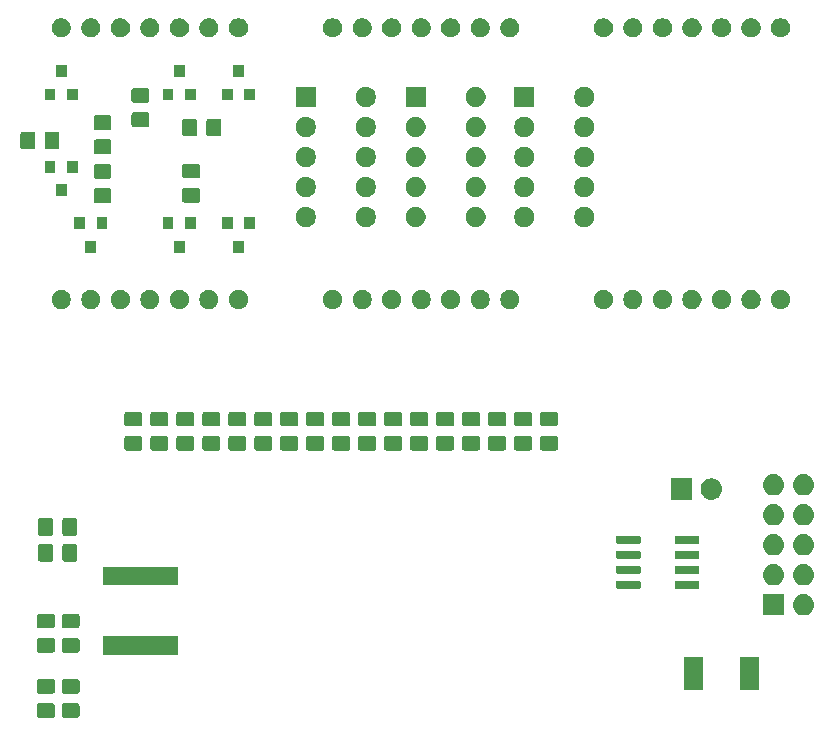
<source format=gbr>
G04 #@! TF.GenerationSoftware,KiCad,Pcbnew,(5.1.4)-1*
G04 #@! TF.CreationDate,2020-06-16T20:45:49+02:00*
G04 #@! TF.ProjectId,8x5matrixDisplay,3878356d-6174-4726-9978-446973706c61,rev?*
G04 #@! TF.SameCoordinates,Original*
G04 #@! TF.FileFunction,Soldermask,Top*
G04 #@! TF.FilePolarity,Negative*
%FSLAX46Y46*%
G04 Gerber Fmt 4.6, Leading zero omitted, Abs format (unit mm)*
G04 Created by KiCad (PCBNEW (5.1.4)-1) date 2020-06-16 20:45:49*
%MOMM*%
%LPD*%
G04 APERTURE LIST*
%ADD10C,0.100000*%
G04 APERTURE END LIST*
D10*
G36*
X131988674Y-114928465D02*
G01*
X132026367Y-114939899D01*
X132061103Y-114958466D01*
X132091548Y-114983452D01*
X132116534Y-115013897D01*
X132135101Y-115048633D01*
X132146535Y-115086326D01*
X132151000Y-115131661D01*
X132151000Y-115968339D01*
X132146535Y-116013674D01*
X132135101Y-116051367D01*
X132116534Y-116086103D01*
X132091548Y-116116548D01*
X132061103Y-116141534D01*
X132026367Y-116160101D01*
X131988674Y-116171535D01*
X131943339Y-116176000D01*
X130856661Y-116176000D01*
X130811326Y-116171535D01*
X130773633Y-116160101D01*
X130738897Y-116141534D01*
X130708452Y-116116548D01*
X130683466Y-116086103D01*
X130664899Y-116051367D01*
X130653465Y-116013674D01*
X130649000Y-115968339D01*
X130649000Y-115131661D01*
X130653465Y-115086326D01*
X130664899Y-115048633D01*
X130683466Y-115013897D01*
X130708452Y-114983452D01*
X130738897Y-114958466D01*
X130773633Y-114939899D01*
X130811326Y-114928465D01*
X130856661Y-114924000D01*
X131943339Y-114924000D01*
X131988674Y-114928465D01*
X131988674Y-114928465D01*
G37*
G36*
X129888674Y-114928465D02*
G01*
X129926367Y-114939899D01*
X129961103Y-114958466D01*
X129991548Y-114983452D01*
X130016534Y-115013897D01*
X130035101Y-115048633D01*
X130046535Y-115086326D01*
X130051000Y-115131661D01*
X130051000Y-115968339D01*
X130046535Y-116013674D01*
X130035101Y-116051367D01*
X130016534Y-116086103D01*
X129991548Y-116116548D01*
X129961103Y-116141534D01*
X129926367Y-116160101D01*
X129888674Y-116171535D01*
X129843339Y-116176000D01*
X128756661Y-116176000D01*
X128711326Y-116171535D01*
X128673633Y-116160101D01*
X128638897Y-116141534D01*
X128608452Y-116116548D01*
X128583466Y-116086103D01*
X128564899Y-116051367D01*
X128553465Y-116013674D01*
X128549000Y-115968339D01*
X128549000Y-115131661D01*
X128553465Y-115086326D01*
X128564899Y-115048633D01*
X128583466Y-115013897D01*
X128608452Y-114983452D01*
X128638897Y-114958466D01*
X128673633Y-114939899D01*
X128711326Y-114928465D01*
X128756661Y-114924000D01*
X129843339Y-114924000D01*
X129888674Y-114928465D01*
X129888674Y-114928465D01*
G37*
G36*
X129888674Y-112878465D02*
G01*
X129926367Y-112889899D01*
X129961103Y-112908466D01*
X129991548Y-112933452D01*
X130016534Y-112963897D01*
X130035101Y-112998633D01*
X130046535Y-113036326D01*
X130051000Y-113081661D01*
X130051000Y-113918339D01*
X130046535Y-113963674D01*
X130035101Y-114001367D01*
X130016534Y-114036103D01*
X129991548Y-114066548D01*
X129961103Y-114091534D01*
X129926367Y-114110101D01*
X129888674Y-114121535D01*
X129843339Y-114126000D01*
X128756661Y-114126000D01*
X128711326Y-114121535D01*
X128673633Y-114110101D01*
X128638897Y-114091534D01*
X128608452Y-114066548D01*
X128583466Y-114036103D01*
X128564899Y-114001367D01*
X128553465Y-113963674D01*
X128549000Y-113918339D01*
X128549000Y-113081661D01*
X128553465Y-113036326D01*
X128564899Y-112998633D01*
X128583466Y-112963897D01*
X128608452Y-112933452D01*
X128638897Y-112908466D01*
X128673633Y-112889899D01*
X128711326Y-112878465D01*
X128756661Y-112874000D01*
X129843339Y-112874000D01*
X129888674Y-112878465D01*
X129888674Y-112878465D01*
G37*
G36*
X131988674Y-112878465D02*
G01*
X132026367Y-112889899D01*
X132061103Y-112908466D01*
X132091548Y-112933452D01*
X132116534Y-112963897D01*
X132135101Y-112998633D01*
X132146535Y-113036326D01*
X132151000Y-113081661D01*
X132151000Y-113918339D01*
X132146535Y-113963674D01*
X132135101Y-114001367D01*
X132116534Y-114036103D01*
X132091548Y-114066548D01*
X132061103Y-114091534D01*
X132026367Y-114110101D01*
X131988674Y-114121535D01*
X131943339Y-114126000D01*
X130856661Y-114126000D01*
X130811326Y-114121535D01*
X130773633Y-114110101D01*
X130738897Y-114091534D01*
X130708452Y-114066548D01*
X130683466Y-114036103D01*
X130664899Y-114001367D01*
X130653465Y-113963674D01*
X130649000Y-113918339D01*
X130649000Y-113081661D01*
X130653465Y-113036326D01*
X130664899Y-112998633D01*
X130683466Y-112963897D01*
X130708452Y-112933452D01*
X130738897Y-112908466D01*
X130773633Y-112889899D01*
X130811326Y-112878465D01*
X130856661Y-112874000D01*
X131943339Y-112874000D01*
X131988674Y-112878465D01*
X131988674Y-112878465D01*
G37*
G36*
X189701000Y-113801000D02*
G01*
X188099000Y-113801000D01*
X188099000Y-110999000D01*
X189701000Y-110999000D01*
X189701000Y-113801000D01*
X189701000Y-113801000D01*
G37*
G36*
X184901000Y-113801000D02*
G01*
X183299000Y-113801000D01*
X183299000Y-110999000D01*
X184901000Y-110999000D01*
X184901000Y-113801000D01*
X184901000Y-113801000D01*
G37*
G36*
X140501000Y-110826000D02*
G01*
X134099000Y-110826000D01*
X134099000Y-109274000D01*
X140501000Y-109274000D01*
X140501000Y-110826000D01*
X140501000Y-110826000D01*
G37*
G36*
X129888674Y-109403465D02*
G01*
X129926367Y-109414899D01*
X129961103Y-109433466D01*
X129991548Y-109458452D01*
X130016534Y-109488897D01*
X130035101Y-109523633D01*
X130046535Y-109561326D01*
X130051000Y-109606661D01*
X130051000Y-110443339D01*
X130046535Y-110488674D01*
X130035101Y-110526367D01*
X130016534Y-110561103D01*
X129991548Y-110591548D01*
X129961103Y-110616534D01*
X129926367Y-110635101D01*
X129888674Y-110646535D01*
X129843339Y-110651000D01*
X128756661Y-110651000D01*
X128711326Y-110646535D01*
X128673633Y-110635101D01*
X128638897Y-110616534D01*
X128608452Y-110591548D01*
X128583466Y-110561103D01*
X128564899Y-110526367D01*
X128553465Y-110488674D01*
X128549000Y-110443339D01*
X128549000Y-109606661D01*
X128553465Y-109561326D01*
X128564899Y-109523633D01*
X128583466Y-109488897D01*
X128608452Y-109458452D01*
X128638897Y-109433466D01*
X128673633Y-109414899D01*
X128711326Y-109403465D01*
X128756661Y-109399000D01*
X129843339Y-109399000D01*
X129888674Y-109403465D01*
X129888674Y-109403465D01*
G37*
G36*
X131988674Y-109403465D02*
G01*
X132026367Y-109414899D01*
X132061103Y-109433466D01*
X132091548Y-109458452D01*
X132116534Y-109488897D01*
X132135101Y-109523633D01*
X132146535Y-109561326D01*
X132151000Y-109606661D01*
X132151000Y-110443339D01*
X132146535Y-110488674D01*
X132135101Y-110526367D01*
X132116534Y-110561103D01*
X132091548Y-110591548D01*
X132061103Y-110616534D01*
X132026367Y-110635101D01*
X131988674Y-110646535D01*
X131943339Y-110651000D01*
X130856661Y-110651000D01*
X130811326Y-110646535D01*
X130773633Y-110635101D01*
X130738897Y-110616534D01*
X130708452Y-110591548D01*
X130683466Y-110561103D01*
X130664899Y-110526367D01*
X130653465Y-110488674D01*
X130649000Y-110443339D01*
X130649000Y-109606661D01*
X130653465Y-109561326D01*
X130664899Y-109523633D01*
X130683466Y-109488897D01*
X130708452Y-109458452D01*
X130738897Y-109433466D01*
X130773633Y-109414899D01*
X130811326Y-109403465D01*
X130856661Y-109399000D01*
X131943339Y-109399000D01*
X131988674Y-109403465D01*
X131988674Y-109403465D01*
G37*
G36*
X131988674Y-107353465D02*
G01*
X132026367Y-107364899D01*
X132061103Y-107383466D01*
X132091548Y-107408452D01*
X132116534Y-107438897D01*
X132135101Y-107473633D01*
X132146535Y-107511326D01*
X132151000Y-107556661D01*
X132151000Y-108393339D01*
X132146535Y-108438674D01*
X132135101Y-108476367D01*
X132116534Y-108511103D01*
X132091548Y-108541548D01*
X132061103Y-108566534D01*
X132026367Y-108585101D01*
X131988674Y-108596535D01*
X131943339Y-108601000D01*
X130856661Y-108601000D01*
X130811326Y-108596535D01*
X130773633Y-108585101D01*
X130738897Y-108566534D01*
X130708452Y-108541548D01*
X130683466Y-108511103D01*
X130664899Y-108476367D01*
X130653465Y-108438674D01*
X130649000Y-108393339D01*
X130649000Y-107556661D01*
X130653465Y-107511326D01*
X130664899Y-107473633D01*
X130683466Y-107438897D01*
X130708452Y-107408452D01*
X130738897Y-107383466D01*
X130773633Y-107364899D01*
X130811326Y-107353465D01*
X130856661Y-107349000D01*
X131943339Y-107349000D01*
X131988674Y-107353465D01*
X131988674Y-107353465D01*
G37*
G36*
X129888674Y-107353465D02*
G01*
X129926367Y-107364899D01*
X129961103Y-107383466D01*
X129991548Y-107408452D01*
X130016534Y-107438897D01*
X130035101Y-107473633D01*
X130046535Y-107511326D01*
X130051000Y-107556661D01*
X130051000Y-108393339D01*
X130046535Y-108438674D01*
X130035101Y-108476367D01*
X130016534Y-108511103D01*
X129991548Y-108541548D01*
X129961103Y-108566534D01*
X129926367Y-108585101D01*
X129888674Y-108596535D01*
X129843339Y-108601000D01*
X128756661Y-108601000D01*
X128711326Y-108596535D01*
X128673633Y-108585101D01*
X128638897Y-108566534D01*
X128608452Y-108541548D01*
X128583466Y-108511103D01*
X128564899Y-108476367D01*
X128553465Y-108438674D01*
X128549000Y-108393339D01*
X128549000Y-107556661D01*
X128553465Y-107511326D01*
X128564899Y-107473633D01*
X128583466Y-107438897D01*
X128608452Y-107408452D01*
X128638897Y-107383466D01*
X128673633Y-107364899D01*
X128711326Y-107353465D01*
X128756661Y-107349000D01*
X129843339Y-107349000D01*
X129888674Y-107353465D01*
X129888674Y-107353465D01*
G37*
G36*
X193550443Y-105705519D02*
G01*
X193616627Y-105712037D01*
X193786466Y-105763557D01*
X193942991Y-105847222D01*
X193978729Y-105876552D01*
X194080186Y-105959814D01*
X194163448Y-106061271D01*
X194192778Y-106097009D01*
X194276443Y-106253534D01*
X194327963Y-106423373D01*
X194345359Y-106600000D01*
X194327963Y-106776627D01*
X194276443Y-106946466D01*
X194192778Y-107102991D01*
X194163448Y-107138729D01*
X194080186Y-107240186D01*
X193978729Y-107323448D01*
X193942991Y-107352778D01*
X193786466Y-107436443D01*
X193616627Y-107487963D01*
X193550442Y-107494482D01*
X193484260Y-107501000D01*
X193395740Y-107501000D01*
X193329558Y-107494482D01*
X193263373Y-107487963D01*
X193093534Y-107436443D01*
X192937009Y-107352778D01*
X192901271Y-107323448D01*
X192799814Y-107240186D01*
X192716552Y-107138729D01*
X192687222Y-107102991D01*
X192603557Y-106946466D01*
X192552037Y-106776627D01*
X192534641Y-106600000D01*
X192552037Y-106423373D01*
X192603557Y-106253534D01*
X192687222Y-106097009D01*
X192716552Y-106061271D01*
X192799814Y-105959814D01*
X192901271Y-105876552D01*
X192937009Y-105847222D01*
X193093534Y-105763557D01*
X193263373Y-105712037D01*
X193329557Y-105705519D01*
X193395740Y-105699000D01*
X193484260Y-105699000D01*
X193550443Y-105705519D01*
X193550443Y-105705519D01*
G37*
G36*
X191801000Y-107501000D02*
G01*
X189999000Y-107501000D01*
X189999000Y-105699000D01*
X191801000Y-105699000D01*
X191801000Y-107501000D01*
X191801000Y-107501000D01*
G37*
G36*
X179559928Y-104556764D02*
G01*
X179581009Y-104563160D01*
X179600445Y-104573548D01*
X179617476Y-104587524D01*
X179631452Y-104604555D01*
X179641840Y-104623991D01*
X179648236Y-104645072D01*
X179651000Y-104673140D01*
X179651000Y-105136860D01*
X179648236Y-105164928D01*
X179641840Y-105186009D01*
X179631452Y-105205445D01*
X179617476Y-105222476D01*
X179600445Y-105236452D01*
X179581009Y-105246840D01*
X179559928Y-105253236D01*
X179531860Y-105256000D01*
X177718140Y-105256000D01*
X177690072Y-105253236D01*
X177668991Y-105246840D01*
X177649555Y-105236452D01*
X177632524Y-105222476D01*
X177618548Y-105205445D01*
X177608160Y-105186009D01*
X177601764Y-105164928D01*
X177599000Y-105136860D01*
X177599000Y-104673140D01*
X177601764Y-104645072D01*
X177608160Y-104623991D01*
X177618548Y-104604555D01*
X177632524Y-104587524D01*
X177649555Y-104573548D01*
X177668991Y-104563160D01*
X177690072Y-104556764D01*
X177718140Y-104554000D01*
X179531860Y-104554000D01*
X179559928Y-104556764D01*
X179559928Y-104556764D01*
G37*
G36*
X184509928Y-104556764D02*
G01*
X184531009Y-104563160D01*
X184550445Y-104573548D01*
X184567476Y-104587524D01*
X184581452Y-104604555D01*
X184591840Y-104623991D01*
X184598236Y-104645072D01*
X184601000Y-104673140D01*
X184601000Y-105136860D01*
X184598236Y-105164928D01*
X184591840Y-105186009D01*
X184581452Y-105205445D01*
X184567476Y-105222476D01*
X184550445Y-105236452D01*
X184531009Y-105246840D01*
X184509928Y-105253236D01*
X184481860Y-105256000D01*
X182668140Y-105256000D01*
X182640072Y-105253236D01*
X182618991Y-105246840D01*
X182599555Y-105236452D01*
X182582524Y-105222476D01*
X182568548Y-105205445D01*
X182558160Y-105186009D01*
X182551764Y-105164928D01*
X182549000Y-105136860D01*
X182549000Y-104673140D01*
X182551764Y-104645072D01*
X182558160Y-104623991D01*
X182568548Y-104604555D01*
X182582524Y-104587524D01*
X182599555Y-104573548D01*
X182618991Y-104563160D01*
X182640072Y-104556764D01*
X182668140Y-104554000D01*
X184481860Y-104554000D01*
X184509928Y-104556764D01*
X184509928Y-104556764D01*
G37*
G36*
X193550442Y-103165518D02*
G01*
X193616627Y-103172037D01*
X193786466Y-103223557D01*
X193942991Y-103307222D01*
X193976296Y-103334555D01*
X194080186Y-103419814D01*
X194163448Y-103521271D01*
X194192778Y-103557009D01*
X194276443Y-103713534D01*
X194327963Y-103883373D01*
X194345359Y-104060000D01*
X194327963Y-104236627D01*
X194276443Y-104406466D01*
X194192778Y-104562991D01*
X194192639Y-104563160D01*
X194080186Y-104700186D01*
X193978729Y-104783448D01*
X193942991Y-104812778D01*
X193786466Y-104896443D01*
X193616627Y-104947963D01*
X193550443Y-104954481D01*
X193484260Y-104961000D01*
X193395740Y-104961000D01*
X193329557Y-104954481D01*
X193263373Y-104947963D01*
X193093534Y-104896443D01*
X192937009Y-104812778D01*
X192901271Y-104783448D01*
X192799814Y-104700186D01*
X192687361Y-104563160D01*
X192687222Y-104562991D01*
X192603557Y-104406466D01*
X192552037Y-104236627D01*
X192534641Y-104060000D01*
X192552037Y-103883373D01*
X192603557Y-103713534D01*
X192687222Y-103557009D01*
X192716552Y-103521271D01*
X192799814Y-103419814D01*
X192903704Y-103334555D01*
X192937009Y-103307222D01*
X193093534Y-103223557D01*
X193263373Y-103172037D01*
X193329558Y-103165518D01*
X193395740Y-103159000D01*
X193484260Y-103159000D01*
X193550442Y-103165518D01*
X193550442Y-103165518D01*
G37*
G36*
X191010442Y-103165518D02*
G01*
X191076627Y-103172037D01*
X191246466Y-103223557D01*
X191402991Y-103307222D01*
X191436296Y-103334555D01*
X191540186Y-103419814D01*
X191623448Y-103521271D01*
X191652778Y-103557009D01*
X191736443Y-103713534D01*
X191787963Y-103883373D01*
X191805359Y-104060000D01*
X191787963Y-104236627D01*
X191736443Y-104406466D01*
X191652778Y-104562991D01*
X191652639Y-104563160D01*
X191540186Y-104700186D01*
X191438729Y-104783448D01*
X191402991Y-104812778D01*
X191246466Y-104896443D01*
X191076627Y-104947963D01*
X191010443Y-104954481D01*
X190944260Y-104961000D01*
X190855740Y-104961000D01*
X190789557Y-104954481D01*
X190723373Y-104947963D01*
X190553534Y-104896443D01*
X190397009Y-104812778D01*
X190361271Y-104783448D01*
X190259814Y-104700186D01*
X190147361Y-104563160D01*
X190147222Y-104562991D01*
X190063557Y-104406466D01*
X190012037Y-104236627D01*
X189994641Y-104060000D01*
X190012037Y-103883373D01*
X190063557Y-103713534D01*
X190147222Y-103557009D01*
X190176552Y-103521271D01*
X190259814Y-103419814D01*
X190363704Y-103334555D01*
X190397009Y-103307222D01*
X190553534Y-103223557D01*
X190723373Y-103172037D01*
X190789558Y-103165518D01*
X190855740Y-103159000D01*
X190944260Y-103159000D01*
X191010442Y-103165518D01*
X191010442Y-103165518D01*
G37*
G36*
X140501000Y-104926000D02*
G01*
X134099000Y-104926000D01*
X134099000Y-103374000D01*
X140501000Y-103374000D01*
X140501000Y-104926000D01*
X140501000Y-104926000D01*
G37*
G36*
X184509928Y-103286764D02*
G01*
X184531009Y-103293160D01*
X184550445Y-103303548D01*
X184567476Y-103317524D01*
X184581452Y-103334555D01*
X184591840Y-103353991D01*
X184598236Y-103375072D01*
X184601000Y-103403140D01*
X184601000Y-103866860D01*
X184598236Y-103894928D01*
X184591840Y-103916009D01*
X184581452Y-103935445D01*
X184567476Y-103952476D01*
X184550445Y-103966452D01*
X184531009Y-103976840D01*
X184509928Y-103983236D01*
X184481860Y-103986000D01*
X182668140Y-103986000D01*
X182640072Y-103983236D01*
X182618991Y-103976840D01*
X182599555Y-103966452D01*
X182582524Y-103952476D01*
X182568548Y-103935445D01*
X182558160Y-103916009D01*
X182551764Y-103894928D01*
X182549000Y-103866860D01*
X182549000Y-103403140D01*
X182551764Y-103375072D01*
X182558160Y-103353991D01*
X182568548Y-103334555D01*
X182582524Y-103317524D01*
X182599555Y-103303548D01*
X182618991Y-103293160D01*
X182640072Y-103286764D01*
X182668140Y-103284000D01*
X184481860Y-103284000D01*
X184509928Y-103286764D01*
X184509928Y-103286764D01*
G37*
G36*
X179559928Y-103286764D02*
G01*
X179581009Y-103293160D01*
X179600445Y-103303548D01*
X179617476Y-103317524D01*
X179631452Y-103334555D01*
X179641840Y-103353991D01*
X179648236Y-103375072D01*
X179651000Y-103403140D01*
X179651000Y-103866860D01*
X179648236Y-103894928D01*
X179641840Y-103916009D01*
X179631452Y-103935445D01*
X179617476Y-103952476D01*
X179600445Y-103966452D01*
X179581009Y-103976840D01*
X179559928Y-103983236D01*
X179531860Y-103986000D01*
X177718140Y-103986000D01*
X177690072Y-103983236D01*
X177668991Y-103976840D01*
X177649555Y-103966452D01*
X177632524Y-103952476D01*
X177618548Y-103935445D01*
X177608160Y-103916009D01*
X177601764Y-103894928D01*
X177599000Y-103866860D01*
X177599000Y-103403140D01*
X177601764Y-103375072D01*
X177608160Y-103353991D01*
X177618548Y-103334555D01*
X177632524Y-103317524D01*
X177649555Y-103303548D01*
X177668991Y-103293160D01*
X177690072Y-103286764D01*
X177718140Y-103284000D01*
X179531860Y-103284000D01*
X179559928Y-103286764D01*
X179559928Y-103286764D01*
G37*
G36*
X131788674Y-101453465D02*
G01*
X131826367Y-101464899D01*
X131861103Y-101483466D01*
X131891548Y-101508452D01*
X131916534Y-101538897D01*
X131935101Y-101573633D01*
X131946535Y-101611326D01*
X131951000Y-101656661D01*
X131951000Y-102743339D01*
X131946535Y-102788674D01*
X131935101Y-102826367D01*
X131916534Y-102861103D01*
X131891548Y-102891548D01*
X131861103Y-102916534D01*
X131826367Y-102935101D01*
X131788674Y-102946535D01*
X131743339Y-102951000D01*
X130906661Y-102951000D01*
X130861326Y-102946535D01*
X130823633Y-102935101D01*
X130788897Y-102916534D01*
X130758452Y-102891548D01*
X130733466Y-102861103D01*
X130714899Y-102826367D01*
X130703465Y-102788674D01*
X130699000Y-102743339D01*
X130699000Y-101656661D01*
X130703465Y-101611326D01*
X130714899Y-101573633D01*
X130733466Y-101538897D01*
X130758452Y-101508452D01*
X130788897Y-101483466D01*
X130823633Y-101464899D01*
X130861326Y-101453465D01*
X130906661Y-101449000D01*
X131743339Y-101449000D01*
X131788674Y-101453465D01*
X131788674Y-101453465D01*
G37*
G36*
X129738674Y-101453465D02*
G01*
X129776367Y-101464899D01*
X129811103Y-101483466D01*
X129841548Y-101508452D01*
X129866534Y-101538897D01*
X129885101Y-101573633D01*
X129896535Y-101611326D01*
X129901000Y-101656661D01*
X129901000Y-102743339D01*
X129896535Y-102788674D01*
X129885101Y-102826367D01*
X129866534Y-102861103D01*
X129841548Y-102891548D01*
X129811103Y-102916534D01*
X129776367Y-102935101D01*
X129738674Y-102946535D01*
X129693339Y-102951000D01*
X128856661Y-102951000D01*
X128811326Y-102946535D01*
X128773633Y-102935101D01*
X128738897Y-102916534D01*
X128708452Y-102891548D01*
X128683466Y-102861103D01*
X128664899Y-102826367D01*
X128653465Y-102788674D01*
X128649000Y-102743339D01*
X128649000Y-101656661D01*
X128653465Y-101611326D01*
X128664899Y-101573633D01*
X128683466Y-101538897D01*
X128708452Y-101508452D01*
X128738897Y-101483466D01*
X128773633Y-101464899D01*
X128811326Y-101453465D01*
X128856661Y-101449000D01*
X129693339Y-101449000D01*
X129738674Y-101453465D01*
X129738674Y-101453465D01*
G37*
G36*
X179559928Y-102016764D02*
G01*
X179581009Y-102023160D01*
X179600445Y-102033548D01*
X179617476Y-102047524D01*
X179631452Y-102064555D01*
X179641840Y-102083991D01*
X179648236Y-102105072D01*
X179651000Y-102133140D01*
X179651000Y-102596860D01*
X179648236Y-102624928D01*
X179641840Y-102646009D01*
X179631452Y-102665445D01*
X179617476Y-102682476D01*
X179600445Y-102696452D01*
X179581009Y-102706840D01*
X179559928Y-102713236D01*
X179531860Y-102716000D01*
X177718140Y-102716000D01*
X177690072Y-102713236D01*
X177668991Y-102706840D01*
X177649555Y-102696452D01*
X177632524Y-102682476D01*
X177618548Y-102665445D01*
X177608160Y-102646009D01*
X177601764Y-102624928D01*
X177599000Y-102596860D01*
X177599000Y-102133140D01*
X177601764Y-102105072D01*
X177608160Y-102083991D01*
X177618548Y-102064555D01*
X177632524Y-102047524D01*
X177649555Y-102033548D01*
X177668991Y-102023160D01*
X177690072Y-102016764D01*
X177718140Y-102014000D01*
X179531860Y-102014000D01*
X179559928Y-102016764D01*
X179559928Y-102016764D01*
G37*
G36*
X184509928Y-102016764D02*
G01*
X184531009Y-102023160D01*
X184550445Y-102033548D01*
X184567476Y-102047524D01*
X184581452Y-102064555D01*
X184591840Y-102083991D01*
X184598236Y-102105072D01*
X184601000Y-102133140D01*
X184601000Y-102596860D01*
X184598236Y-102624928D01*
X184591840Y-102646009D01*
X184581452Y-102665445D01*
X184567476Y-102682476D01*
X184550445Y-102696452D01*
X184531009Y-102706840D01*
X184509928Y-102713236D01*
X184481860Y-102716000D01*
X182668140Y-102716000D01*
X182640072Y-102713236D01*
X182618991Y-102706840D01*
X182599555Y-102696452D01*
X182582524Y-102682476D01*
X182568548Y-102665445D01*
X182558160Y-102646009D01*
X182551764Y-102624928D01*
X182549000Y-102596860D01*
X182549000Y-102133140D01*
X182551764Y-102105072D01*
X182558160Y-102083991D01*
X182568548Y-102064555D01*
X182582524Y-102047524D01*
X182599555Y-102033548D01*
X182618991Y-102023160D01*
X182640072Y-102016764D01*
X182668140Y-102014000D01*
X184481860Y-102014000D01*
X184509928Y-102016764D01*
X184509928Y-102016764D01*
G37*
G36*
X191010442Y-100625518D02*
G01*
X191076627Y-100632037D01*
X191246466Y-100683557D01*
X191402991Y-100767222D01*
X191436296Y-100794555D01*
X191540186Y-100879814D01*
X191623448Y-100981271D01*
X191652778Y-101017009D01*
X191736443Y-101173534D01*
X191787963Y-101343373D01*
X191805359Y-101520000D01*
X191787963Y-101696627D01*
X191736443Y-101866466D01*
X191652778Y-102022991D01*
X191652639Y-102023160D01*
X191540186Y-102160186D01*
X191438729Y-102243448D01*
X191402991Y-102272778D01*
X191246466Y-102356443D01*
X191076627Y-102407963D01*
X191010443Y-102414481D01*
X190944260Y-102421000D01*
X190855740Y-102421000D01*
X190789558Y-102414482D01*
X190723373Y-102407963D01*
X190553534Y-102356443D01*
X190397009Y-102272778D01*
X190361271Y-102243448D01*
X190259814Y-102160186D01*
X190147361Y-102023160D01*
X190147222Y-102022991D01*
X190063557Y-101866466D01*
X190012037Y-101696627D01*
X189994641Y-101520000D01*
X190012037Y-101343373D01*
X190063557Y-101173534D01*
X190147222Y-101017009D01*
X190176552Y-100981271D01*
X190259814Y-100879814D01*
X190363704Y-100794555D01*
X190397009Y-100767222D01*
X190553534Y-100683557D01*
X190723373Y-100632037D01*
X190789558Y-100625518D01*
X190855740Y-100619000D01*
X190944260Y-100619000D01*
X191010442Y-100625518D01*
X191010442Y-100625518D01*
G37*
G36*
X193550442Y-100625518D02*
G01*
X193616627Y-100632037D01*
X193786466Y-100683557D01*
X193942991Y-100767222D01*
X193976296Y-100794555D01*
X194080186Y-100879814D01*
X194163448Y-100981271D01*
X194192778Y-101017009D01*
X194276443Y-101173534D01*
X194327963Y-101343373D01*
X194345359Y-101520000D01*
X194327963Y-101696627D01*
X194276443Y-101866466D01*
X194192778Y-102022991D01*
X194192639Y-102023160D01*
X194080186Y-102160186D01*
X193978729Y-102243448D01*
X193942991Y-102272778D01*
X193786466Y-102356443D01*
X193616627Y-102407963D01*
X193550443Y-102414481D01*
X193484260Y-102421000D01*
X193395740Y-102421000D01*
X193329558Y-102414482D01*
X193263373Y-102407963D01*
X193093534Y-102356443D01*
X192937009Y-102272778D01*
X192901271Y-102243448D01*
X192799814Y-102160186D01*
X192687361Y-102023160D01*
X192687222Y-102022991D01*
X192603557Y-101866466D01*
X192552037Y-101696627D01*
X192534641Y-101520000D01*
X192552037Y-101343373D01*
X192603557Y-101173534D01*
X192687222Y-101017009D01*
X192716552Y-100981271D01*
X192799814Y-100879814D01*
X192903704Y-100794555D01*
X192937009Y-100767222D01*
X193093534Y-100683557D01*
X193263373Y-100632037D01*
X193329558Y-100625518D01*
X193395740Y-100619000D01*
X193484260Y-100619000D01*
X193550442Y-100625518D01*
X193550442Y-100625518D01*
G37*
G36*
X179559928Y-100746764D02*
G01*
X179581009Y-100753160D01*
X179600445Y-100763548D01*
X179617476Y-100777524D01*
X179631452Y-100794555D01*
X179641840Y-100813991D01*
X179648236Y-100835072D01*
X179651000Y-100863140D01*
X179651000Y-101326860D01*
X179648236Y-101354928D01*
X179641840Y-101376009D01*
X179631452Y-101395445D01*
X179617476Y-101412476D01*
X179600445Y-101426452D01*
X179581009Y-101436840D01*
X179559928Y-101443236D01*
X179531860Y-101446000D01*
X177718140Y-101446000D01*
X177690072Y-101443236D01*
X177668991Y-101436840D01*
X177649555Y-101426452D01*
X177632524Y-101412476D01*
X177618548Y-101395445D01*
X177608160Y-101376009D01*
X177601764Y-101354928D01*
X177599000Y-101326860D01*
X177599000Y-100863140D01*
X177601764Y-100835072D01*
X177608160Y-100813991D01*
X177618548Y-100794555D01*
X177632524Y-100777524D01*
X177649555Y-100763548D01*
X177668991Y-100753160D01*
X177690072Y-100746764D01*
X177718140Y-100744000D01*
X179531860Y-100744000D01*
X179559928Y-100746764D01*
X179559928Y-100746764D01*
G37*
G36*
X184509928Y-100746764D02*
G01*
X184531009Y-100753160D01*
X184550445Y-100763548D01*
X184567476Y-100777524D01*
X184581452Y-100794555D01*
X184591840Y-100813991D01*
X184598236Y-100835072D01*
X184601000Y-100863140D01*
X184601000Y-101326860D01*
X184598236Y-101354928D01*
X184591840Y-101376009D01*
X184581452Y-101395445D01*
X184567476Y-101412476D01*
X184550445Y-101426452D01*
X184531009Y-101436840D01*
X184509928Y-101443236D01*
X184481860Y-101446000D01*
X182668140Y-101446000D01*
X182640072Y-101443236D01*
X182618991Y-101436840D01*
X182599555Y-101426452D01*
X182582524Y-101412476D01*
X182568548Y-101395445D01*
X182558160Y-101376009D01*
X182551764Y-101354928D01*
X182549000Y-101326860D01*
X182549000Y-100863140D01*
X182551764Y-100835072D01*
X182558160Y-100813991D01*
X182568548Y-100794555D01*
X182582524Y-100777524D01*
X182599555Y-100763548D01*
X182618991Y-100753160D01*
X182640072Y-100746764D01*
X182668140Y-100744000D01*
X184481860Y-100744000D01*
X184509928Y-100746764D01*
X184509928Y-100746764D01*
G37*
G36*
X129738674Y-99253465D02*
G01*
X129776367Y-99264899D01*
X129811103Y-99283466D01*
X129841548Y-99308452D01*
X129866534Y-99338897D01*
X129885101Y-99373633D01*
X129896535Y-99411326D01*
X129901000Y-99456661D01*
X129901000Y-100543339D01*
X129896535Y-100588674D01*
X129885101Y-100626367D01*
X129866534Y-100661103D01*
X129841548Y-100691548D01*
X129811103Y-100716534D01*
X129776367Y-100735101D01*
X129738674Y-100746535D01*
X129693339Y-100751000D01*
X128856661Y-100751000D01*
X128811326Y-100746535D01*
X128773633Y-100735101D01*
X128738897Y-100716534D01*
X128708452Y-100691548D01*
X128683466Y-100661103D01*
X128664899Y-100626367D01*
X128653465Y-100588674D01*
X128649000Y-100543339D01*
X128649000Y-99456661D01*
X128653465Y-99411326D01*
X128664899Y-99373633D01*
X128683466Y-99338897D01*
X128708452Y-99308452D01*
X128738897Y-99283466D01*
X128773633Y-99264899D01*
X128811326Y-99253465D01*
X128856661Y-99249000D01*
X129693339Y-99249000D01*
X129738674Y-99253465D01*
X129738674Y-99253465D01*
G37*
G36*
X131788674Y-99253465D02*
G01*
X131826367Y-99264899D01*
X131861103Y-99283466D01*
X131891548Y-99308452D01*
X131916534Y-99338897D01*
X131935101Y-99373633D01*
X131946535Y-99411326D01*
X131951000Y-99456661D01*
X131951000Y-100543339D01*
X131946535Y-100588674D01*
X131935101Y-100626367D01*
X131916534Y-100661103D01*
X131891548Y-100691548D01*
X131861103Y-100716534D01*
X131826367Y-100735101D01*
X131788674Y-100746535D01*
X131743339Y-100751000D01*
X130906661Y-100751000D01*
X130861326Y-100746535D01*
X130823633Y-100735101D01*
X130788897Y-100716534D01*
X130758452Y-100691548D01*
X130733466Y-100661103D01*
X130714899Y-100626367D01*
X130703465Y-100588674D01*
X130699000Y-100543339D01*
X130699000Y-99456661D01*
X130703465Y-99411326D01*
X130714899Y-99373633D01*
X130733466Y-99338897D01*
X130758452Y-99308452D01*
X130788897Y-99283466D01*
X130823633Y-99264899D01*
X130861326Y-99253465D01*
X130906661Y-99249000D01*
X131743339Y-99249000D01*
X131788674Y-99253465D01*
X131788674Y-99253465D01*
G37*
G36*
X193550443Y-98085519D02*
G01*
X193616627Y-98092037D01*
X193786466Y-98143557D01*
X193942991Y-98227222D01*
X193978729Y-98256552D01*
X194080186Y-98339814D01*
X194163448Y-98441271D01*
X194192778Y-98477009D01*
X194276443Y-98633534D01*
X194327963Y-98803373D01*
X194345359Y-98980000D01*
X194327963Y-99156627D01*
X194276443Y-99326466D01*
X194192778Y-99482991D01*
X194163448Y-99518729D01*
X194080186Y-99620186D01*
X193978729Y-99703448D01*
X193942991Y-99732778D01*
X193786466Y-99816443D01*
X193616627Y-99867963D01*
X193550442Y-99874482D01*
X193484260Y-99881000D01*
X193395740Y-99881000D01*
X193329558Y-99874482D01*
X193263373Y-99867963D01*
X193093534Y-99816443D01*
X192937009Y-99732778D01*
X192901271Y-99703448D01*
X192799814Y-99620186D01*
X192716552Y-99518729D01*
X192687222Y-99482991D01*
X192603557Y-99326466D01*
X192552037Y-99156627D01*
X192534641Y-98980000D01*
X192552037Y-98803373D01*
X192603557Y-98633534D01*
X192687222Y-98477009D01*
X192716552Y-98441271D01*
X192799814Y-98339814D01*
X192901271Y-98256552D01*
X192937009Y-98227222D01*
X193093534Y-98143557D01*
X193263373Y-98092037D01*
X193329558Y-98085518D01*
X193395740Y-98079000D01*
X193484260Y-98079000D01*
X193550443Y-98085519D01*
X193550443Y-98085519D01*
G37*
G36*
X191010443Y-98085519D02*
G01*
X191076627Y-98092037D01*
X191246466Y-98143557D01*
X191402991Y-98227222D01*
X191438729Y-98256552D01*
X191540186Y-98339814D01*
X191623448Y-98441271D01*
X191652778Y-98477009D01*
X191736443Y-98633534D01*
X191787963Y-98803373D01*
X191805359Y-98980000D01*
X191787963Y-99156627D01*
X191736443Y-99326466D01*
X191652778Y-99482991D01*
X191623448Y-99518729D01*
X191540186Y-99620186D01*
X191438729Y-99703448D01*
X191402991Y-99732778D01*
X191246466Y-99816443D01*
X191076627Y-99867963D01*
X191010442Y-99874482D01*
X190944260Y-99881000D01*
X190855740Y-99881000D01*
X190789558Y-99874482D01*
X190723373Y-99867963D01*
X190553534Y-99816443D01*
X190397009Y-99732778D01*
X190361271Y-99703448D01*
X190259814Y-99620186D01*
X190176552Y-99518729D01*
X190147222Y-99482991D01*
X190063557Y-99326466D01*
X190012037Y-99156627D01*
X189994641Y-98980000D01*
X190012037Y-98803373D01*
X190063557Y-98633534D01*
X190147222Y-98477009D01*
X190176552Y-98441271D01*
X190259814Y-98339814D01*
X190361271Y-98256552D01*
X190397009Y-98227222D01*
X190553534Y-98143557D01*
X190723373Y-98092037D01*
X190789558Y-98085518D01*
X190855740Y-98079000D01*
X190944260Y-98079000D01*
X191010443Y-98085519D01*
X191010443Y-98085519D01*
G37*
G36*
X184001000Y-97701000D02*
G01*
X182199000Y-97701000D01*
X182199000Y-95899000D01*
X184001000Y-95899000D01*
X184001000Y-97701000D01*
X184001000Y-97701000D01*
G37*
G36*
X185750443Y-95905519D02*
G01*
X185816627Y-95912037D01*
X185986466Y-95963557D01*
X186142991Y-96047222D01*
X186178729Y-96076552D01*
X186280186Y-96159814D01*
X186363448Y-96261271D01*
X186392778Y-96297009D01*
X186476443Y-96453534D01*
X186527963Y-96623373D01*
X186545359Y-96800000D01*
X186527963Y-96976627D01*
X186476443Y-97146466D01*
X186392778Y-97302991D01*
X186372284Y-97327963D01*
X186280186Y-97440186D01*
X186178729Y-97523448D01*
X186142991Y-97552778D01*
X185986466Y-97636443D01*
X185816627Y-97687963D01*
X185750443Y-97694481D01*
X185684260Y-97701000D01*
X185595740Y-97701000D01*
X185529557Y-97694481D01*
X185463373Y-97687963D01*
X185293534Y-97636443D01*
X185137009Y-97552778D01*
X185101271Y-97523448D01*
X184999814Y-97440186D01*
X184907716Y-97327963D01*
X184887222Y-97302991D01*
X184803557Y-97146466D01*
X184752037Y-96976627D01*
X184734641Y-96800000D01*
X184752037Y-96623373D01*
X184803557Y-96453534D01*
X184887222Y-96297009D01*
X184916552Y-96261271D01*
X184999814Y-96159814D01*
X185101271Y-96076552D01*
X185137009Y-96047222D01*
X185293534Y-95963557D01*
X185463373Y-95912037D01*
X185529558Y-95905518D01*
X185595740Y-95899000D01*
X185684260Y-95899000D01*
X185750443Y-95905519D01*
X185750443Y-95905519D01*
G37*
G36*
X191010442Y-95545518D02*
G01*
X191076627Y-95552037D01*
X191246466Y-95603557D01*
X191402991Y-95687222D01*
X191438729Y-95716552D01*
X191540186Y-95799814D01*
X191621585Y-95899000D01*
X191652778Y-95937009D01*
X191736443Y-96093534D01*
X191787963Y-96263373D01*
X191805359Y-96440000D01*
X191787963Y-96616627D01*
X191736443Y-96786466D01*
X191652778Y-96942991D01*
X191625175Y-96976625D01*
X191540186Y-97080186D01*
X191459422Y-97146466D01*
X191402991Y-97192778D01*
X191246466Y-97276443D01*
X191076627Y-97327963D01*
X191010443Y-97334481D01*
X190944260Y-97341000D01*
X190855740Y-97341000D01*
X190789557Y-97334481D01*
X190723373Y-97327963D01*
X190553534Y-97276443D01*
X190397009Y-97192778D01*
X190340578Y-97146466D01*
X190259814Y-97080186D01*
X190174825Y-96976625D01*
X190147222Y-96942991D01*
X190063557Y-96786466D01*
X190012037Y-96616627D01*
X189994641Y-96440000D01*
X190012037Y-96263373D01*
X190063557Y-96093534D01*
X190147222Y-95937009D01*
X190178415Y-95899000D01*
X190259814Y-95799814D01*
X190361271Y-95716552D01*
X190397009Y-95687222D01*
X190553534Y-95603557D01*
X190723373Y-95552037D01*
X190789557Y-95545519D01*
X190855740Y-95539000D01*
X190944260Y-95539000D01*
X191010442Y-95545518D01*
X191010442Y-95545518D01*
G37*
G36*
X193550442Y-95545518D02*
G01*
X193616627Y-95552037D01*
X193786466Y-95603557D01*
X193942991Y-95687222D01*
X193978729Y-95716552D01*
X194080186Y-95799814D01*
X194161585Y-95899000D01*
X194192778Y-95937009D01*
X194276443Y-96093534D01*
X194327963Y-96263373D01*
X194345359Y-96440000D01*
X194327963Y-96616627D01*
X194276443Y-96786466D01*
X194192778Y-96942991D01*
X194165175Y-96976625D01*
X194080186Y-97080186D01*
X193999422Y-97146466D01*
X193942991Y-97192778D01*
X193786466Y-97276443D01*
X193616627Y-97327963D01*
X193550443Y-97334481D01*
X193484260Y-97341000D01*
X193395740Y-97341000D01*
X193329557Y-97334481D01*
X193263373Y-97327963D01*
X193093534Y-97276443D01*
X192937009Y-97192778D01*
X192880578Y-97146466D01*
X192799814Y-97080186D01*
X192714825Y-96976625D01*
X192687222Y-96942991D01*
X192603557Y-96786466D01*
X192552037Y-96616627D01*
X192534641Y-96440000D01*
X192552037Y-96263373D01*
X192603557Y-96093534D01*
X192687222Y-95937009D01*
X192718415Y-95899000D01*
X192799814Y-95799814D01*
X192901271Y-95716552D01*
X192937009Y-95687222D01*
X193093534Y-95603557D01*
X193263373Y-95552037D01*
X193329557Y-95545519D01*
X193395740Y-95539000D01*
X193484260Y-95539000D01*
X193550442Y-95545518D01*
X193550442Y-95545518D01*
G37*
G36*
X143888674Y-92303465D02*
G01*
X143926367Y-92314899D01*
X143961103Y-92333466D01*
X143991548Y-92358452D01*
X144016534Y-92388897D01*
X144035101Y-92423633D01*
X144046535Y-92461326D01*
X144051000Y-92506661D01*
X144051000Y-93343339D01*
X144046535Y-93388674D01*
X144035101Y-93426367D01*
X144016534Y-93461103D01*
X143991548Y-93491548D01*
X143961103Y-93516534D01*
X143926367Y-93535101D01*
X143888674Y-93546535D01*
X143843339Y-93551000D01*
X142756661Y-93551000D01*
X142711326Y-93546535D01*
X142673633Y-93535101D01*
X142638897Y-93516534D01*
X142608452Y-93491548D01*
X142583466Y-93461103D01*
X142564899Y-93426367D01*
X142553465Y-93388674D01*
X142549000Y-93343339D01*
X142549000Y-92506661D01*
X142553465Y-92461326D01*
X142564899Y-92423633D01*
X142583466Y-92388897D01*
X142608452Y-92358452D01*
X142638897Y-92333466D01*
X142673633Y-92314899D01*
X142711326Y-92303465D01*
X142756661Y-92299000D01*
X143843339Y-92299000D01*
X143888674Y-92303465D01*
X143888674Y-92303465D01*
G37*
G36*
X152688674Y-92303465D02*
G01*
X152726367Y-92314899D01*
X152761103Y-92333466D01*
X152791548Y-92358452D01*
X152816534Y-92388897D01*
X152835101Y-92423633D01*
X152846535Y-92461326D01*
X152851000Y-92506661D01*
X152851000Y-93343339D01*
X152846535Y-93388674D01*
X152835101Y-93426367D01*
X152816534Y-93461103D01*
X152791548Y-93491548D01*
X152761103Y-93516534D01*
X152726367Y-93535101D01*
X152688674Y-93546535D01*
X152643339Y-93551000D01*
X151556661Y-93551000D01*
X151511326Y-93546535D01*
X151473633Y-93535101D01*
X151438897Y-93516534D01*
X151408452Y-93491548D01*
X151383466Y-93461103D01*
X151364899Y-93426367D01*
X151353465Y-93388674D01*
X151349000Y-93343339D01*
X151349000Y-92506661D01*
X151353465Y-92461326D01*
X151364899Y-92423633D01*
X151383466Y-92388897D01*
X151408452Y-92358452D01*
X151438897Y-92333466D01*
X151473633Y-92314899D01*
X151511326Y-92303465D01*
X151556661Y-92299000D01*
X152643339Y-92299000D01*
X152688674Y-92303465D01*
X152688674Y-92303465D01*
G37*
G36*
X157088674Y-92303465D02*
G01*
X157126367Y-92314899D01*
X157161103Y-92333466D01*
X157191548Y-92358452D01*
X157216534Y-92388897D01*
X157235101Y-92423633D01*
X157246535Y-92461326D01*
X157251000Y-92506661D01*
X157251000Y-93343339D01*
X157246535Y-93388674D01*
X157235101Y-93426367D01*
X157216534Y-93461103D01*
X157191548Y-93491548D01*
X157161103Y-93516534D01*
X157126367Y-93535101D01*
X157088674Y-93546535D01*
X157043339Y-93551000D01*
X155956661Y-93551000D01*
X155911326Y-93546535D01*
X155873633Y-93535101D01*
X155838897Y-93516534D01*
X155808452Y-93491548D01*
X155783466Y-93461103D01*
X155764899Y-93426367D01*
X155753465Y-93388674D01*
X155749000Y-93343339D01*
X155749000Y-92506661D01*
X155753465Y-92461326D01*
X155764899Y-92423633D01*
X155783466Y-92388897D01*
X155808452Y-92358452D01*
X155838897Y-92333466D01*
X155873633Y-92314899D01*
X155911326Y-92303465D01*
X155956661Y-92299000D01*
X157043339Y-92299000D01*
X157088674Y-92303465D01*
X157088674Y-92303465D01*
G37*
G36*
X159288674Y-92303465D02*
G01*
X159326367Y-92314899D01*
X159361103Y-92333466D01*
X159391548Y-92358452D01*
X159416534Y-92388897D01*
X159435101Y-92423633D01*
X159446535Y-92461326D01*
X159451000Y-92506661D01*
X159451000Y-93343339D01*
X159446535Y-93388674D01*
X159435101Y-93426367D01*
X159416534Y-93461103D01*
X159391548Y-93491548D01*
X159361103Y-93516534D01*
X159326367Y-93535101D01*
X159288674Y-93546535D01*
X159243339Y-93551000D01*
X158156661Y-93551000D01*
X158111326Y-93546535D01*
X158073633Y-93535101D01*
X158038897Y-93516534D01*
X158008452Y-93491548D01*
X157983466Y-93461103D01*
X157964899Y-93426367D01*
X157953465Y-93388674D01*
X157949000Y-93343339D01*
X157949000Y-92506661D01*
X157953465Y-92461326D01*
X157964899Y-92423633D01*
X157983466Y-92388897D01*
X158008452Y-92358452D01*
X158038897Y-92333466D01*
X158073633Y-92314899D01*
X158111326Y-92303465D01*
X158156661Y-92299000D01*
X159243339Y-92299000D01*
X159288674Y-92303465D01*
X159288674Y-92303465D01*
G37*
G36*
X150488674Y-92303465D02*
G01*
X150526367Y-92314899D01*
X150561103Y-92333466D01*
X150591548Y-92358452D01*
X150616534Y-92388897D01*
X150635101Y-92423633D01*
X150646535Y-92461326D01*
X150651000Y-92506661D01*
X150651000Y-93343339D01*
X150646535Y-93388674D01*
X150635101Y-93426367D01*
X150616534Y-93461103D01*
X150591548Y-93491548D01*
X150561103Y-93516534D01*
X150526367Y-93535101D01*
X150488674Y-93546535D01*
X150443339Y-93551000D01*
X149356661Y-93551000D01*
X149311326Y-93546535D01*
X149273633Y-93535101D01*
X149238897Y-93516534D01*
X149208452Y-93491548D01*
X149183466Y-93461103D01*
X149164899Y-93426367D01*
X149153465Y-93388674D01*
X149149000Y-93343339D01*
X149149000Y-92506661D01*
X149153465Y-92461326D01*
X149164899Y-92423633D01*
X149183466Y-92388897D01*
X149208452Y-92358452D01*
X149238897Y-92333466D01*
X149273633Y-92314899D01*
X149311326Y-92303465D01*
X149356661Y-92299000D01*
X150443339Y-92299000D01*
X150488674Y-92303465D01*
X150488674Y-92303465D01*
G37*
G36*
X161488674Y-92303465D02*
G01*
X161526367Y-92314899D01*
X161561103Y-92333466D01*
X161591548Y-92358452D01*
X161616534Y-92388897D01*
X161635101Y-92423633D01*
X161646535Y-92461326D01*
X161651000Y-92506661D01*
X161651000Y-93343339D01*
X161646535Y-93388674D01*
X161635101Y-93426367D01*
X161616534Y-93461103D01*
X161591548Y-93491548D01*
X161561103Y-93516534D01*
X161526367Y-93535101D01*
X161488674Y-93546535D01*
X161443339Y-93551000D01*
X160356661Y-93551000D01*
X160311326Y-93546535D01*
X160273633Y-93535101D01*
X160238897Y-93516534D01*
X160208452Y-93491548D01*
X160183466Y-93461103D01*
X160164899Y-93426367D01*
X160153465Y-93388674D01*
X160149000Y-93343339D01*
X160149000Y-92506661D01*
X160153465Y-92461326D01*
X160164899Y-92423633D01*
X160183466Y-92388897D01*
X160208452Y-92358452D01*
X160238897Y-92333466D01*
X160273633Y-92314899D01*
X160311326Y-92303465D01*
X160356661Y-92299000D01*
X161443339Y-92299000D01*
X161488674Y-92303465D01*
X161488674Y-92303465D01*
G37*
G36*
X163688674Y-92303465D02*
G01*
X163726367Y-92314899D01*
X163761103Y-92333466D01*
X163791548Y-92358452D01*
X163816534Y-92388897D01*
X163835101Y-92423633D01*
X163846535Y-92461326D01*
X163851000Y-92506661D01*
X163851000Y-93343339D01*
X163846535Y-93388674D01*
X163835101Y-93426367D01*
X163816534Y-93461103D01*
X163791548Y-93491548D01*
X163761103Y-93516534D01*
X163726367Y-93535101D01*
X163688674Y-93546535D01*
X163643339Y-93551000D01*
X162556661Y-93551000D01*
X162511326Y-93546535D01*
X162473633Y-93535101D01*
X162438897Y-93516534D01*
X162408452Y-93491548D01*
X162383466Y-93461103D01*
X162364899Y-93426367D01*
X162353465Y-93388674D01*
X162349000Y-93343339D01*
X162349000Y-92506661D01*
X162353465Y-92461326D01*
X162364899Y-92423633D01*
X162383466Y-92388897D01*
X162408452Y-92358452D01*
X162438897Y-92333466D01*
X162473633Y-92314899D01*
X162511326Y-92303465D01*
X162556661Y-92299000D01*
X163643339Y-92299000D01*
X163688674Y-92303465D01*
X163688674Y-92303465D01*
G37*
G36*
X148288674Y-92303465D02*
G01*
X148326367Y-92314899D01*
X148361103Y-92333466D01*
X148391548Y-92358452D01*
X148416534Y-92388897D01*
X148435101Y-92423633D01*
X148446535Y-92461326D01*
X148451000Y-92506661D01*
X148451000Y-93343339D01*
X148446535Y-93388674D01*
X148435101Y-93426367D01*
X148416534Y-93461103D01*
X148391548Y-93491548D01*
X148361103Y-93516534D01*
X148326367Y-93535101D01*
X148288674Y-93546535D01*
X148243339Y-93551000D01*
X147156661Y-93551000D01*
X147111326Y-93546535D01*
X147073633Y-93535101D01*
X147038897Y-93516534D01*
X147008452Y-93491548D01*
X146983466Y-93461103D01*
X146964899Y-93426367D01*
X146953465Y-93388674D01*
X146949000Y-93343339D01*
X146949000Y-92506661D01*
X146953465Y-92461326D01*
X146964899Y-92423633D01*
X146983466Y-92388897D01*
X147008452Y-92358452D01*
X147038897Y-92333466D01*
X147073633Y-92314899D01*
X147111326Y-92303465D01*
X147156661Y-92299000D01*
X148243339Y-92299000D01*
X148288674Y-92303465D01*
X148288674Y-92303465D01*
G37*
G36*
X165888674Y-92303465D02*
G01*
X165926367Y-92314899D01*
X165961103Y-92333466D01*
X165991548Y-92358452D01*
X166016534Y-92388897D01*
X166035101Y-92423633D01*
X166046535Y-92461326D01*
X166051000Y-92506661D01*
X166051000Y-93343339D01*
X166046535Y-93388674D01*
X166035101Y-93426367D01*
X166016534Y-93461103D01*
X165991548Y-93491548D01*
X165961103Y-93516534D01*
X165926367Y-93535101D01*
X165888674Y-93546535D01*
X165843339Y-93551000D01*
X164756661Y-93551000D01*
X164711326Y-93546535D01*
X164673633Y-93535101D01*
X164638897Y-93516534D01*
X164608452Y-93491548D01*
X164583466Y-93461103D01*
X164564899Y-93426367D01*
X164553465Y-93388674D01*
X164549000Y-93343339D01*
X164549000Y-92506661D01*
X164553465Y-92461326D01*
X164564899Y-92423633D01*
X164583466Y-92388897D01*
X164608452Y-92358452D01*
X164638897Y-92333466D01*
X164673633Y-92314899D01*
X164711326Y-92303465D01*
X164756661Y-92299000D01*
X165843339Y-92299000D01*
X165888674Y-92303465D01*
X165888674Y-92303465D01*
G37*
G36*
X146088674Y-92303465D02*
G01*
X146126367Y-92314899D01*
X146161103Y-92333466D01*
X146191548Y-92358452D01*
X146216534Y-92388897D01*
X146235101Y-92423633D01*
X146246535Y-92461326D01*
X146251000Y-92506661D01*
X146251000Y-93343339D01*
X146246535Y-93388674D01*
X146235101Y-93426367D01*
X146216534Y-93461103D01*
X146191548Y-93491548D01*
X146161103Y-93516534D01*
X146126367Y-93535101D01*
X146088674Y-93546535D01*
X146043339Y-93551000D01*
X144956661Y-93551000D01*
X144911326Y-93546535D01*
X144873633Y-93535101D01*
X144838897Y-93516534D01*
X144808452Y-93491548D01*
X144783466Y-93461103D01*
X144764899Y-93426367D01*
X144753465Y-93388674D01*
X144749000Y-93343339D01*
X144749000Y-92506661D01*
X144753465Y-92461326D01*
X144764899Y-92423633D01*
X144783466Y-92388897D01*
X144808452Y-92358452D01*
X144838897Y-92333466D01*
X144873633Y-92314899D01*
X144911326Y-92303465D01*
X144956661Y-92299000D01*
X146043339Y-92299000D01*
X146088674Y-92303465D01*
X146088674Y-92303465D01*
G37*
G36*
X170288674Y-92303465D02*
G01*
X170326367Y-92314899D01*
X170361103Y-92333466D01*
X170391548Y-92358452D01*
X170416534Y-92388897D01*
X170435101Y-92423633D01*
X170446535Y-92461326D01*
X170451000Y-92506661D01*
X170451000Y-93343339D01*
X170446535Y-93388674D01*
X170435101Y-93426367D01*
X170416534Y-93461103D01*
X170391548Y-93491548D01*
X170361103Y-93516534D01*
X170326367Y-93535101D01*
X170288674Y-93546535D01*
X170243339Y-93551000D01*
X169156661Y-93551000D01*
X169111326Y-93546535D01*
X169073633Y-93535101D01*
X169038897Y-93516534D01*
X169008452Y-93491548D01*
X168983466Y-93461103D01*
X168964899Y-93426367D01*
X168953465Y-93388674D01*
X168949000Y-93343339D01*
X168949000Y-92506661D01*
X168953465Y-92461326D01*
X168964899Y-92423633D01*
X168983466Y-92388897D01*
X169008452Y-92358452D01*
X169038897Y-92333466D01*
X169073633Y-92314899D01*
X169111326Y-92303465D01*
X169156661Y-92299000D01*
X170243339Y-92299000D01*
X170288674Y-92303465D01*
X170288674Y-92303465D01*
G37*
G36*
X172488674Y-92303465D02*
G01*
X172526367Y-92314899D01*
X172561103Y-92333466D01*
X172591548Y-92358452D01*
X172616534Y-92388897D01*
X172635101Y-92423633D01*
X172646535Y-92461326D01*
X172651000Y-92506661D01*
X172651000Y-93343339D01*
X172646535Y-93388674D01*
X172635101Y-93426367D01*
X172616534Y-93461103D01*
X172591548Y-93491548D01*
X172561103Y-93516534D01*
X172526367Y-93535101D01*
X172488674Y-93546535D01*
X172443339Y-93551000D01*
X171356661Y-93551000D01*
X171311326Y-93546535D01*
X171273633Y-93535101D01*
X171238897Y-93516534D01*
X171208452Y-93491548D01*
X171183466Y-93461103D01*
X171164899Y-93426367D01*
X171153465Y-93388674D01*
X171149000Y-93343339D01*
X171149000Y-92506661D01*
X171153465Y-92461326D01*
X171164899Y-92423633D01*
X171183466Y-92388897D01*
X171208452Y-92358452D01*
X171238897Y-92333466D01*
X171273633Y-92314899D01*
X171311326Y-92303465D01*
X171356661Y-92299000D01*
X172443339Y-92299000D01*
X172488674Y-92303465D01*
X172488674Y-92303465D01*
G37*
G36*
X137288674Y-92303465D02*
G01*
X137326367Y-92314899D01*
X137361103Y-92333466D01*
X137391548Y-92358452D01*
X137416534Y-92388897D01*
X137435101Y-92423633D01*
X137446535Y-92461326D01*
X137451000Y-92506661D01*
X137451000Y-93343339D01*
X137446535Y-93388674D01*
X137435101Y-93426367D01*
X137416534Y-93461103D01*
X137391548Y-93491548D01*
X137361103Y-93516534D01*
X137326367Y-93535101D01*
X137288674Y-93546535D01*
X137243339Y-93551000D01*
X136156661Y-93551000D01*
X136111326Y-93546535D01*
X136073633Y-93535101D01*
X136038897Y-93516534D01*
X136008452Y-93491548D01*
X135983466Y-93461103D01*
X135964899Y-93426367D01*
X135953465Y-93388674D01*
X135949000Y-93343339D01*
X135949000Y-92506661D01*
X135953465Y-92461326D01*
X135964899Y-92423633D01*
X135983466Y-92388897D01*
X136008452Y-92358452D01*
X136038897Y-92333466D01*
X136073633Y-92314899D01*
X136111326Y-92303465D01*
X136156661Y-92299000D01*
X137243339Y-92299000D01*
X137288674Y-92303465D01*
X137288674Y-92303465D01*
G37*
G36*
X141688674Y-92303465D02*
G01*
X141726367Y-92314899D01*
X141761103Y-92333466D01*
X141791548Y-92358452D01*
X141816534Y-92388897D01*
X141835101Y-92423633D01*
X141846535Y-92461326D01*
X141851000Y-92506661D01*
X141851000Y-93343339D01*
X141846535Y-93388674D01*
X141835101Y-93426367D01*
X141816534Y-93461103D01*
X141791548Y-93491548D01*
X141761103Y-93516534D01*
X141726367Y-93535101D01*
X141688674Y-93546535D01*
X141643339Y-93551000D01*
X140556661Y-93551000D01*
X140511326Y-93546535D01*
X140473633Y-93535101D01*
X140438897Y-93516534D01*
X140408452Y-93491548D01*
X140383466Y-93461103D01*
X140364899Y-93426367D01*
X140353465Y-93388674D01*
X140349000Y-93343339D01*
X140349000Y-92506661D01*
X140353465Y-92461326D01*
X140364899Y-92423633D01*
X140383466Y-92388897D01*
X140408452Y-92358452D01*
X140438897Y-92333466D01*
X140473633Y-92314899D01*
X140511326Y-92303465D01*
X140556661Y-92299000D01*
X141643339Y-92299000D01*
X141688674Y-92303465D01*
X141688674Y-92303465D01*
G37*
G36*
X139488674Y-92303465D02*
G01*
X139526367Y-92314899D01*
X139561103Y-92333466D01*
X139591548Y-92358452D01*
X139616534Y-92388897D01*
X139635101Y-92423633D01*
X139646535Y-92461326D01*
X139651000Y-92506661D01*
X139651000Y-93343339D01*
X139646535Y-93388674D01*
X139635101Y-93426367D01*
X139616534Y-93461103D01*
X139591548Y-93491548D01*
X139561103Y-93516534D01*
X139526367Y-93535101D01*
X139488674Y-93546535D01*
X139443339Y-93551000D01*
X138356661Y-93551000D01*
X138311326Y-93546535D01*
X138273633Y-93535101D01*
X138238897Y-93516534D01*
X138208452Y-93491548D01*
X138183466Y-93461103D01*
X138164899Y-93426367D01*
X138153465Y-93388674D01*
X138149000Y-93343339D01*
X138149000Y-92506661D01*
X138153465Y-92461326D01*
X138164899Y-92423633D01*
X138183466Y-92388897D01*
X138208452Y-92358452D01*
X138238897Y-92333466D01*
X138273633Y-92314899D01*
X138311326Y-92303465D01*
X138356661Y-92299000D01*
X139443339Y-92299000D01*
X139488674Y-92303465D01*
X139488674Y-92303465D01*
G37*
G36*
X154888674Y-92303465D02*
G01*
X154926367Y-92314899D01*
X154961103Y-92333466D01*
X154991548Y-92358452D01*
X155016534Y-92388897D01*
X155035101Y-92423633D01*
X155046535Y-92461326D01*
X155051000Y-92506661D01*
X155051000Y-93343339D01*
X155046535Y-93388674D01*
X155035101Y-93426367D01*
X155016534Y-93461103D01*
X154991548Y-93491548D01*
X154961103Y-93516534D01*
X154926367Y-93535101D01*
X154888674Y-93546535D01*
X154843339Y-93551000D01*
X153756661Y-93551000D01*
X153711326Y-93546535D01*
X153673633Y-93535101D01*
X153638897Y-93516534D01*
X153608452Y-93491548D01*
X153583466Y-93461103D01*
X153564899Y-93426367D01*
X153553465Y-93388674D01*
X153549000Y-93343339D01*
X153549000Y-92506661D01*
X153553465Y-92461326D01*
X153564899Y-92423633D01*
X153583466Y-92388897D01*
X153608452Y-92358452D01*
X153638897Y-92333466D01*
X153673633Y-92314899D01*
X153711326Y-92303465D01*
X153756661Y-92299000D01*
X154843339Y-92299000D01*
X154888674Y-92303465D01*
X154888674Y-92303465D01*
G37*
G36*
X168088674Y-92303465D02*
G01*
X168126367Y-92314899D01*
X168161103Y-92333466D01*
X168191548Y-92358452D01*
X168216534Y-92388897D01*
X168235101Y-92423633D01*
X168246535Y-92461326D01*
X168251000Y-92506661D01*
X168251000Y-93343339D01*
X168246535Y-93388674D01*
X168235101Y-93426367D01*
X168216534Y-93461103D01*
X168191548Y-93491548D01*
X168161103Y-93516534D01*
X168126367Y-93535101D01*
X168088674Y-93546535D01*
X168043339Y-93551000D01*
X166956661Y-93551000D01*
X166911326Y-93546535D01*
X166873633Y-93535101D01*
X166838897Y-93516534D01*
X166808452Y-93491548D01*
X166783466Y-93461103D01*
X166764899Y-93426367D01*
X166753465Y-93388674D01*
X166749000Y-93343339D01*
X166749000Y-92506661D01*
X166753465Y-92461326D01*
X166764899Y-92423633D01*
X166783466Y-92388897D01*
X166808452Y-92358452D01*
X166838897Y-92333466D01*
X166873633Y-92314899D01*
X166911326Y-92303465D01*
X166956661Y-92299000D01*
X168043339Y-92299000D01*
X168088674Y-92303465D01*
X168088674Y-92303465D01*
G37*
G36*
X172488674Y-90253465D02*
G01*
X172526367Y-90264899D01*
X172561103Y-90283466D01*
X172591548Y-90308452D01*
X172616534Y-90338897D01*
X172635101Y-90373633D01*
X172646535Y-90411326D01*
X172651000Y-90456661D01*
X172651000Y-91293339D01*
X172646535Y-91338674D01*
X172635101Y-91376367D01*
X172616534Y-91411103D01*
X172591548Y-91441548D01*
X172561103Y-91466534D01*
X172526367Y-91485101D01*
X172488674Y-91496535D01*
X172443339Y-91501000D01*
X171356661Y-91501000D01*
X171311326Y-91496535D01*
X171273633Y-91485101D01*
X171238897Y-91466534D01*
X171208452Y-91441548D01*
X171183466Y-91411103D01*
X171164899Y-91376367D01*
X171153465Y-91338674D01*
X171149000Y-91293339D01*
X171149000Y-90456661D01*
X171153465Y-90411326D01*
X171164899Y-90373633D01*
X171183466Y-90338897D01*
X171208452Y-90308452D01*
X171238897Y-90283466D01*
X171273633Y-90264899D01*
X171311326Y-90253465D01*
X171356661Y-90249000D01*
X172443339Y-90249000D01*
X172488674Y-90253465D01*
X172488674Y-90253465D01*
G37*
G36*
X154888674Y-90253465D02*
G01*
X154926367Y-90264899D01*
X154961103Y-90283466D01*
X154991548Y-90308452D01*
X155016534Y-90338897D01*
X155035101Y-90373633D01*
X155046535Y-90411326D01*
X155051000Y-90456661D01*
X155051000Y-91293339D01*
X155046535Y-91338674D01*
X155035101Y-91376367D01*
X155016534Y-91411103D01*
X154991548Y-91441548D01*
X154961103Y-91466534D01*
X154926367Y-91485101D01*
X154888674Y-91496535D01*
X154843339Y-91501000D01*
X153756661Y-91501000D01*
X153711326Y-91496535D01*
X153673633Y-91485101D01*
X153638897Y-91466534D01*
X153608452Y-91441548D01*
X153583466Y-91411103D01*
X153564899Y-91376367D01*
X153553465Y-91338674D01*
X153549000Y-91293339D01*
X153549000Y-90456661D01*
X153553465Y-90411326D01*
X153564899Y-90373633D01*
X153583466Y-90338897D01*
X153608452Y-90308452D01*
X153638897Y-90283466D01*
X153673633Y-90264899D01*
X153711326Y-90253465D01*
X153756661Y-90249000D01*
X154843339Y-90249000D01*
X154888674Y-90253465D01*
X154888674Y-90253465D01*
G37*
G36*
X159288674Y-90253465D02*
G01*
X159326367Y-90264899D01*
X159361103Y-90283466D01*
X159391548Y-90308452D01*
X159416534Y-90338897D01*
X159435101Y-90373633D01*
X159446535Y-90411326D01*
X159451000Y-90456661D01*
X159451000Y-91293339D01*
X159446535Y-91338674D01*
X159435101Y-91376367D01*
X159416534Y-91411103D01*
X159391548Y-91441548D01*
X159361103Y-91466534D01*
X159326367Y-91485101D01*
X159288674Y-91496535D01*
X159243339Y-91501000D01*
X158156661Y-91501000D01*
X158111326Y-91496535D01*
X158073633Y-91485101D01*
X158038897Y-91466534D01*
X158008452Y-91441548D01*
X157983466Y-91411103D01*
X157964899Y-91376367D01*
X157953465Y-91338674D01*
X157949000Y-91293339D01*
X157949000Y-90456661D01*
X157953465Y-90411326D01*
X157964899Y-90373633D01*
X157983466Y-90338897D01*
X158008452Y-90308452D01*
X158038897Y-90283466D01*
X158073633Y-90264899D01*
X158111326Y-90253465D01*
X158156661Y-90249000D01*
X159243339Y-90249000D01*
X159288674Y-90253465D01*
X159288674Y-90253465D01*
G37*
G36*
X161488674Y-90253465D02*
G01*
X161526367Y-90264899D01*
X161561103Y-90283466D01*
X161591548Y-90308452D01*
X161616534Y-90338897D01*
X161635101Y-90373633D01*
X161646535Y-90411326D01*
X161651000Y-90456661D01*
X161651000Y-91293339D01*
X161646535Y-91338674D01*
X161635101Y-91376367D01*
X161616534Y-91411103D01*
X161591548Y-91441548D01*
X161561103Y-91466534D01*
X161526367Y-91485101D01*
X161488674Y-91496535D01*
X161443339Y-91501000D01*
X160356661Y-91501000D01*
X160311326Y-91496535D01*
X160273633Y-91485101D01*
X160238897Y-91466534D01*
X160208452Y-91441548D01*
X160183466Y-91411103D01*
X160164899Y-91376367D01*
X160153465Y-91338674D01*
X160149000Y-91293339D01*
X160149000Y-90456661D01*
X160153465Y-90411326D01*
X160164899Y-90373633D01*
X160183466Y-90338897D01*
X160208452Y-90308452D01*
X160238897Y-90283466D01*
X160273633Y-90264899D01*
X160311326Y-90253465D01*
X160356661Y-90249000D01*
X161443339Y-90249000D01*
X161488674Y-90253465D01*
X161488674Y-90253465D01*
G37*
G36*
X163688674Y-90253465D02*
G01*
X163726367Y-90264899D01*
X163761103Y-90283466D01*
X163791548Y-90308452D01*
X163816534Y-90338897D01*
X163835101Y-90373633D01*
X163846535Y-90411326D01*
X163851000Y-90456661D01*
X163851000Y-91293339D01*
X163846535Y-91338674D01*
X163835101Y-91376367D01*
X163816534Y-91411103D01*
X163791548Y-91441548D01*
X163761103Y-91466534D01*
X163726367Y-91485101D01*
X163688674Y-91496535D01*
X163643339Y-91501000D01*
X162556661Y-91501000D01*
X162511326Y-91496535D01*
X162473633Y-91485101D01*
X162438897Y-91466534D01*
X162408452Y-91441548D01*
X162383466Y-91411103D01*
X162364899Y-91376367D01*
X162353465Y-91338674D01*
X162349000Y-91293339D01*
X162349000Y-90456661D01*
X162353465Y-90411326D01*
X162364899Y-90373633D01*
X162383466Y-90338897D01*
X162408452Y-90308452D01*
X162438897Y-90283466D01*
X162473633Y-90264899D01*
X162511326Y-90253465D01*
X162556661Y-90249000D01*
X163643339Y-90249000D01*
X163688674Y-90253465D01*
X163688674Y-90253465D01*
G37*
G36*
X165888674Y-90253465D02*
G01*
X165926367Y-90264899D01*
X165961103Y-90283466D01*
X165991548Y-90308452D01*
X166016534Y-90338897D01*
X166035101Y-90373633D01*
X166046535Y-90411326D01*
X166051000Y-90456661D01*
X166051000Y-91293339D01*
X166046535Y-91338674D01*
X166035101Y-91376367D01*
X166016534Y-91411103D01*
X165991548Y-91441548D01*
X165961103Y-91466534D01*
X165926367Y-91485101D01*
X165888674Y-91496535D01*
X165843339Y-91501000D01*
X164756661Y-91501000D01*
X164711326Y-91496535D01*
X164673633Y-91485101D01*
X164638897Y-91466534D01*
X164608452Y-91441548D01*
X164583466Y-91411103D01*
X164564899Y-91376367D01*
X164553465Y-91338674D01*
X164549000Y-91293339D01*
X164549000Y-90456661D01*
X164553465Y-90411326D01*
X164564899Y-90373633D01*
X164583466Y-90338897D01*
X164608452Y-90308452D01*
X164638897Y-90283466D01*
X164673633Y-90264899D01*
X164711326Y-90253465D01*
X164756661Y-90249000D01*
X165843339Y-90249000D01*
X165888674Y-90253465D01*
X165888674Y-90253465D01*
G37*
G36*
X168088674Y-90253465D02*
G01*
X168126367Y-90264899D01*
X168161103Y-90283466D01*
X168191548Y-90308452D01*
X168216534Y-90338897D01*
X168235101Y-90373633D01*
X168246535Y-90411326D01*
X168251000Y-90456661D01*
X168251000Y-91293339D01*
X168246535Y-91338674D01*
X168235101Y-91376367D01*
X168216534Y-91411103D01*
X168191548Y-91441548D01*
X168161103Y-91466534D01*
X168126367Y-91485101D01*
X168088674Y-91496535D01*
X168043339Y-91501000D01*
X166956661Y-91501000D01*
X166911326Y-91496535D01*
X166873633Y-91485101D01*
X166838897Y-91466534D01*
X166808452Y-91441548D01*
X166783466Y-91411103D01*
X166764899Y-91376367D01*
X166753465Y-91338674D01*
X166749000Y-91293339D01*
X166749000Y-90456661D01*
X166753465Y-90411326D01*
X166764899Y-90373633D01*
X166783466Y-90338897D01*
X166808452Y-90308452D01*
X166838897Y-90283466D01*
X166873633Y-90264899D01*
X166911326Y-90253465D01*
X166956661Y-90249000D01*
X168043339Y-90249000D01*
X168088674Y-90253465D01*
X168088674Y-90253465D01*
G37*
G36*
X170288674Y-90253465D02*
G01*
X170326367Y-90264899D01*
X170361103Y-90283466D01*
X170391548Y-90308452D01*
X170416534Y-90338897D01*
X170435101Y-90373633D01*
X170446535Y-90411326D01*
X170451000Y-90456661D01*
X170451000Y-91293339D01*
X170446535Y-91338674D01*
X170435101Y-91376367D01*
X170416534Y-91411103D01*
X170391548Y-91441548D01*
X170361103Y-91466534D01*
X170326367Y-91485101D01*
X170288674Y-91496535D01*
X170243339Y-91501000D01*
X169156661Y-91501000D01*
X169111326Y-91496535D01*
X169073633Y-91485101D01*
X169038897Y-91466534D01*
X169008452Y-91441548D01*
X168983466Y-91411103D01*
X168964899Y-91376367D01*
X168953465Y-91338674D01*
X168949000Y-91293339D01*
X168949000Y-90456661D01*
X168953465Y-90411326D01*
X168964899Y-90373633D01*
X168983466Y-90338897D01*
X169008452Y-90308452D01*
X169038897Y-90283466D01*
X169073633Y-90264899D01*
X169111326Y-90253465D01*
X169156661Y-90249000D01*
X170243339Y-90249000D01*
X170288674Y-90253465D01*
X170288674Y-90253465D01*
G37*
G36*
X137288674Y-90253465D02*
G01*
X137326367Y-90264899D01*
X137361103Y-90283466D01*
X137391548Y-90308452D01*
X137416534Y-90338897D01*
X137435101Y-90373633D01*
X137446535Y-90411326D01*
X137451000Y-90456661D01*
X137451000Y-91293339D01*
X137446535Y-91338674D01*
X137435101Y-91376367D01*
X137416534Y-91411103D01*
X137391548Y-91441548D01*
X137361103Y-91466534D01*
X137326367Y-91485101D01*
X137288674Y-91496535D01*
X137243339Y-91501000D01*
X136156661Y-91501000D01*
X136111326Y-91496535D01*
X136073633Y-91485101D01*
X136038897Y-91466534D01*
X136008452Y-91441548D01*
X135983466Y-91411103D01*
X135964899Y-91376367D01*
X135953465Y-91338674D01*
X135949000Y-91293339D01*
X135949000Y-90456661D01*
X135953465Y-90411326D01*
X135964899Y-90373633D01*
X135983466Y-90338897D01*
X136008452Y-90308452D01*
X136038897Y-90283466D01*
X136073633Y-90264899D01*
X136111326Y-90253465D01*
X136156661Y-90249000D01*
X137243339Y-90249000D01*
X137288674Y-90253465D01*
X137288674Y-90253465D01*
G37*
G36*
X139488674Y-90253465D02*
G01*
X139526367Y-90264899D01*
X139561103Y-90283466D01*
X139591548Y-90308452D01*
X139616534Y-90338897D01*
X139635101Y-90373633D01*
X139646535Y-90411326D01*
X139651000Y-90456661D01*
X139651000Y-91293339D01*
X139646535Y-91338674D01*
X139635101Y-91376367D01*
X139616534Y-91411103D01*
X139591548Y-91441548D01*
X139561103Y-91466534D01*
X139526367Y-91485101D01*
X139488674Y-91496535D01*
X139443339Y-91501000D01*
X138356661Y-91501000D01*
X138311326Y-91496535D01*
X138273633Y-91485101D01*
X138238897Y-91466534D01*
X138208452Y-91441548D01*
X138183466Y-91411103D01*
X138164899Y-91376367D01*
X138153465Y-91338674D01*
X138149000Y-91293339D01*
X138149000Y-90456661D01*
X138153465Y-90411326D01*
X138164899Y-90373633D01*
X138183466Y-90338897D01*
X138208452Y-90308452D01*
X138238897Y-90283466D01*
X138273633Y-90264899D01*
X138311326Y-90253465D01*
X138356661Y-90249000D01*
X139443339Y-90249000D01*
X139488674Y-90253465D01*
X139488674Y-90253465D01*
G37*
G36*
X141688674Y-90253465D02*
G01*
X141726367Y-90264899D01*
X141761103Y-90283466D01*
X141791548Y-90308452D01*
X141816534Y-90338897D01*
X141835101Y-90373633D01*
X141846535Y-90411326D01*
X141851000Y-90456661D01*
X141851000Y-91293339D01*
X141846535Y-91338674D01*
X141835101Y-91376367D01*
X141816534Y-91411103D01*
X141791548Y-91441548D01*
X141761103Y-91466534D01*
X141726367Y-91485101D01*
X141688674Y-91496535D01*
X141643339Y-91501000D01*
X140556661Y-91501000D01*
X140511326Y-91496535D01*
X140473633Y-91485101D01*
X140438897Y-91466534D01*
X140408452Y-91441548D01*
X140383466Y-91411103D01*
X140364899Y-91376367D01*
X140353465Y-91338674D01*
X140349000Y-91293339D01*
X140349000Y-90456661D01*
X140353465Y-90411326D01*
X140364899Y-90373633D01*
X140383466Y-90338897D01*
X140408452Y-90308452D01*
X140438897Y-90283466D01*
X140473633Y-90264899D01*
X140511326Y-90253465D01*
X140556661Y-90249000D01*
X141643339Y-90249000D01*
X141688674Y-90253465D01*
X141688674Y-90253465D01*
G37*
G36*
X143888674Y-90253465D02*
G01*
X143926367Y-90264899D01*
X143961103Y-90283466D01*
X143991548Y-90308452D01*
X144016534Y-90338897D01*
X144035101Y-90373633D01*
X144046535Y-90411326D01*
X144051000Y-90456661D01*
X144051000Y-91293339D01*
X144046535Y-91338674D01*
X144035101Y-91376367D01*
X144016534Y-91411103D01*
X143991548Y-91441548D01*
X143961103Y-91466534D01*
X143926367Y-91485101D01*
X143888674Y-91496535D01*
X143843339Y-91501000D01*
X142756661Y-91501000D01*
X142711326Y-91496535D01*
X142673633Y-91485101D01*
X142638897Y-91466534D01*
X142608452Y-91441548D01*
X142583466Y-91411103D01*
X142564899Y-91376367D01*
X142553465Y-91338674D01*
X142549000Y-91293339D01*
X142549000Y-90456661D01*
X142553465Y-90411326D01*
X142564899Y-90373633D01*
X142583466Y-90338897D01*
X142608452Y-90308452D01*
X142638897Y-90283466D01*
X142673633Y-90264899D01*
X142711326Y-90253465D01*
X142756661Y-90249000D01*
X143843339Y-90249000D01*
X143888674Y-90253465D01*
X143888674Y-90253465D01*
G37*
G36*
X146088674Y-90253465D02*
G01*
X146126367Y-90264899D01*
X146161103Y-90283466D01*
X146191548Y-90308452D01*
X146216534Y-90338897D01*
X146235101Y-90373633D01*
X146246535Y-90411326D01*
X146251000Y-90456661D01*
X146251000Y-91293339D01*
X146246535Y-91338674D01*
X146235101Y-91376367D01*
X146216534Y-91411103D01*
X146191548Y-91441548D01*
X146161103Y-91466534D01*
X146126367Y-91485101D01*
X146088674Y-91496535D01*
X146043339Y-91501000D01*
X144956661Y-91501000D01*
X144911326Y-91496535D01*
X144873633Y-91485101D01*
X144838897Y-91466534D01*
X144808452Y-91441548D01*
X144783466Y-91411103D01*
X144764899Y-91376367D01*
X144753465Y-91338674D01*
X144749000Y-91293339D01*
X144749000Y-90456661D01*
X144753465Y-90411326D01*
X144764899Y-90373633D01*
X144783466Y-90338897D01*
X144808452Y-90308452D01*
X144838897Y-90283466D01*
X144873633Y-90264899D01*
X144911326Y-90253465D01*
X144956661Y-90249000D01*
X146043339Y-90249000D01*
X146088674Y-90253465D01*
X146088674Y-90253465D01*
G37*
G36*
X148288674Y-90253465D02*
G01*
X148326367Y-90264899D01*
X148361103Y-90283466D01*
X148391548Y-90308452D01*
X148416534Y-90338897D01*
X148435101Y-90373633D01*
X148446535Y-90411326D01*
X148451000Y-90456661D01*
X148451000Y-91293339D01*
X148446535Y-91338674D01*
X148435101Y-91376367D01*
X148416534Y-91411103D01*
X148391548Y-91441548D01*
X148361103Y-91466534D01*
X148326367Y-91485101D01*
X148288674Y-91496535D01*
X148243339Y-91501000D01*
X147156661Y-91501000D01*
X147111326Y-91496535D01*
X147073633Y-91485101D01*
X147038897Y-91466534D01*
X147008452Y-91441548D01*
X146983466Y-91411103D01*
X146964899Y-91376367D01*
X146953465Y-91338674D01*
X146949000Y-91293339D01*
X146949000Y-90456661D01*
X146953465Y-90411326D01*
X146964899Y-90373633D01*
X146983466Y-90338897D01*
X147008452Y-90308452D01*
X147038897Y-90283466D01*
X147073633Y-90264899D01*
X147111326Y-90253465D01*
X147156661Y-90249000D01*
X148243339Y-90249000D01*
X148288674Y-90253465D01*
X148288674Y-90253465D01*
G37*
G36*
X150488674Y-90253465D02*
G01*
X150526367Y-90264899D01*
X150561103Y-90283466D01*
X150591548Y-90308452D01*
X150616534Y-90338897D01*
X150635101Y-90373633D01*
X150646535Y-90411326D01*
X150651000Y-90456661D01*
X150651000Y-91293339D01*
X150646535Y-91338674D01*
X150635101Y-91376367D01*
X150616534Y-91411103D01*
X150591548Y-91441548D01*
X150561103Y-91466534D01*
X150526367Y-91485101D01*
X150488674Y-91496535D01*
X150443339Y-91501000D01*
X149356661Y-91501000D01*
X149311326Y-91496535D01*
X149273633Y-91485101D01*
X149238897Y-91466534D01*
X149208452Y-91441548D01*
X149183466Y-91411103D01*
X149164899Y-91376367D01*
X149153465Y-91338674D01*
X149149000Y-91293339D01*
X149149000Y-90456661D01*
X149153465Y-90411326D01*
X149164899Y-90373633D01*
X149183466Y-90338897D01*
X149208452Y-90308452D01*
X149238897Y-90283466D01*
X149273633Y-90264899D01*
X149311326Y-90253465D01*
X149356661Y-90249000D01*
X150443339Y-90249000D01*
X150488674Y-90253465D01*
X150488674Y-90253465D01*
G37*
G36*
X152688674Y-90253465D02*
G01*
X152726367Y-90264899D01*
X152761103Y-90283466D01*
X152791548Y-90308452D01*
X152816534Y-90338897D01*
X152835101Y-90373633D01*
X152846535Y-90411326D01*
X152851000Y-90456661D01*
X152851000Y-91293339D01*
X152846535Y-91338674D01*
X152835101Y-91376367D01*
X152816534Y-91411103D01*
X152791548Y-91441548D01*
X152761103Y-91466534D01*
X152726367Y-91485101D01*
X152688674Y-91496535D01*
X152643339Y-91501000D01*
X151556661Y-91501000D01*
X151511326Y-91496535D01*
X151473633Y-91485101D01*
X151438897Y-91466534D01*
X151408452Y-91441548D01*
X151383466Y-91411103D01*
X151364899Y-91376367D01*
X151353465Y-91338674D01*
X151349000Y-91293339D01*
X151349000Y-90456661D01*
X151353465Y-90411326D01*
X151364899Y-90373633D01*
X151383466Y-90338897D01*
X151408452Y-90308452D01*
X151438897Y-90283466D01*
X151473633Y-90264899D01*
X151511326Y-90253465D01*
X151556661Y-90249000D01*
X152643339Y-90249000D01*
X152688674Y-90253465D01*
X152688674Y-90253465D01*
G37*
G36*
X157088674Y-90253465D02*
G01*
X157126367Y-90264899D01*
X157161103Y-90283466D01*
X157191548Y-90308452D01*
X157216534Y-90338897D01*
X157235101Y-90373633D01*
X157246535Y-90411326D01*
X157251000Y-90456661D01*
X157251000Y-91293339D01*
X157246535Y-91338674D01*
X157235101Y-91376367D01*
X157216534Y-91411103D01*
X157191548Y-91441548D01*
X157161103Y-91466534D01*
X157126367Y-91485101D01*
X157088674Y-91496535D01*
X157043339Y-91501000D01*
X155956661Y-91501000D01*
X155911326Y-91496535D01*
X155873633Y-91485101D01*
X155838897Y-91466534D01*
X155808452Y-91441548D01*
X155783466Y-91411103D01*
X155764899Y-91376367D01*
X155753465Y-91338674D01*
X155749000Y-91293339D01*
X155749000Y-90456661D01*
X155753465Y-90411326D01*
X155764899Y-90373633D01*
X155783466Y-90338897D01*
X155808452Y-90308452D01*
X155838897Y-90283466D01*
X155873633Y-90264899D01*
X155911326Y-90253465D01*
X155956661Y-90249000D01*
X157043339Y-90249000D01*
X157088674Y-90253465D01*
X157088674Y-90253465D01*
G37*
G36*
X168812143Y-79968242D02*
G01*
X168960102Y-80029529D01*
X169093256Y-80118499D01*
X169206502Y-80231745D01*
X169295472Y-80364899D01*
X169356759Y-80512858D01*
X169388001Y-80669925D01*
X169388001Y-80830075D01*
X169356759Y-80987142D01*
X169295472Y-81135101D01*
X169206502Y-81268255D01*
X169093256Y-81381501D01*
X168960102Y-81470471D01*
X168812143Y-81531758D01*
X168655076Y-81563000D01*
X168494926Y-81563000D01*
X168337859Y-81531758D01*
X168189900Y-81470471D01*
X168056746Y-81381501D01*
X167943500Y-81268255D01*
X167854530Y-81135101D01*
X167793243Y-80987142D01*
X167762001Y-80830075D01*
X167762001Y-80669925D01*
X167793243Y-80512858D01*
X167854530Y-80364899D01*
X167943500Y-80231745D01*
X168056746Y-80118499D01*
X168189900Y-80029529D01*
X168337859Y-79968242D01*
X168494926Y-79937000D01*
X168655076Y-79937000D01*
X168812143Y-79968242D01*
X168812143Y-79968242D01*
G37*
G36*
X145837142Y-79968242D02*
G01*
X145985101Y-80029529D01*
X146118255Y-80118499D01*
X146231501Y-80231745D01*
X146320471Y-80364899D01*
X146381758Y-80512858D01*
X146413000Y-80669925D01*
X146413000Y-80830075D01*
X146381758Y-80987142D01*
X146320471Y-81135101D01*
X146231501Y-81268255D01*
X146118255Y-81381501D01*
X145985101Y-81470471D01*
X145837142Y-81531758D01*
X145680075Y-81563000D01*
X145519925Y-81563000D01*
X145362858Y-81531758D01*
X145214899Y-81470471D01*
X145081745Y-81381501D01*
X144968499Y-81268255D01*
X144879529Y-81135101D01*
X144818242Y-80987142D01*
X144787000Y-80830075D01*
X144787000Y-80669925D01*
X144818242Y-80512858D01*
X144879529Y-80364899D01*
X144968499Y-80231745D01*
X145081745Y-80118499D01*
X145214899Y-80029529D01*
X145362858Y-79968242D01*
X145519925Y-79937000D01*
X145680075Y-79937000D01*
X145837142Y-79968242D01*
X145837142Y-79968242D01*
G37*
G36*
X143337142Y-79968242D02*
G01*
X143485101Y-80029529D01*
X143618255Y-80118499D01*
X143731501Y-80231745D01*
X143820471Y-80364899D01*
X143881758Y-80512858D01*
X143913000Y-80669925D01*
X143913000Y-80830075D01*
X143881758Y-80987142D01*
X143820471Y-81135101D01*
X143731501Y-81268255D01*
X143618255Y-81381501D01*
X143485101Y-81470471D01*
X143337142Y-81531758D01*
X143180075Y-81563000D01*
X143019925Y-81563000D01*
X142862858Y-81531758D01*
X142714899Y-81470471D01*
X142581745Y-81381501D01*
X142468499Y-81268255D01*
X142379529Y-81135101D01*
X142318242Y-80987142D01*
X142287000Y-80830075D01*
X142287000Y-80669925D01*
X142318242Y-80512858D01*
X142379529Y-80364899D01*
X142468499Y-80231745D01*
X142581745Y-80118499D01*
X142714899Y-80029529D01*
X142862858Y-79968242D01*
X143019925Y-79937000D01*
X143180075Y-79937000D01*
X143337142Y-79968242D01*
X143337142Y-79968242D01*
G37*
G36*
X140837142Y-79968242D02*
G01*
X140985101Y-80029529D01*
X141118255Y-80118499D01*
X141231501Y-80231745D01*
X141320471Y-80364899D01*
X141381758Y-80512858D01*
X141413000Y-80669925D01*
X141413000Y-80830075D01*
X141381758Y-80987142D01*
X141320471Y-81135101D01*
X141231501Y-81268255D01*
X141118255Y-81381501D01*
X140985101Y-81470471D01*
X140837142Y-81531758D01*
X140680075Y-81563000D01*
X140519925Y-81563000D01*
X140362858Y-81531758D01*
X140214899Y-81470471D01*
X140081745Y-81381501D01*
X139968499Y-81268255D01*
X139879529Y-81135101D01*
X139818242Y-80987142D01*
X139787000Y-80830075D01*
X139787000Y-80669925D01*
X139818242Y-80512858D01*
X139879529Y-80364899D01*
X139968499Y-80231745D01*
X140081745Y-80118499D01*
X140214899Y-80029529D01*
X140362858Y-79968242D01*
X140519925Y-79937000D01*
X140680075Y-79937000D01*
X140837142Y-79968242D01*
X140837142Y-79968242D01*
G37*
G36*
X138337142Y-79968242D02*
G01*
X138485101Y-80029529D01*
X138618255Y-80118499D01*
X138731501Y-80231745D01*
X138820471Y-80364899D01*
X138881758Y-80512858D01*
X138913000Y-80669925D01*
X138913000Y-80830075D01*
X138881758Y-80987142D01*
X138820471Y-81135101D01*
X138731501Y-81268255D01*
X138618255Y-81381501D01*
X138485101Y-81470471D01*
X138337142Y-81531758D01*
X138180075Y-81563000D01*
X138019925Y-81563000D01*
X137862858Y-81531758D01*
X137714899Y-81470471D01*
X137581745Y-81381501D01*
X137468499Y-81268255D01*
X137379529Y-81135101D01*
X137318242Y-80987142D01*
X137287000Y-80830075D01*
X137287000Y-80669925D01*
X137318242Y-80512858D01*
X137379529Y-80364899D01*
X137468499Y-80231745D01*
X137581745Y-80118499D01*
X137714899Y-80029529D01*
X137862858Y-79968242D01*
X138019925Y-79937000D01*
X138180075Y-79937000D01*
X138337142Y-79968242D01*
X138337142Y-79968242D01*
G37*
G36*
X189237142Y-79968242D02*
G01*
X189385101Y-80029529D01*
X189518255Y-80118499D01*
X189631501Y-80231745D01*
X189720471Y-80364899D01*
X189781758Y-80512858D01*
X189813000Y-80669925D01*
X189813000Y-80830075D01*
X189781758Y-80987142D01*
X189720471Y-81135101D01*
X189631501Y-81268255D01*
X189518255Y-81381501D01*
X189385101Y-81470471D01*
X189237142Y-81531758D01*
X189080075Y-81563000D01*
X188919925Y-81563000D01*
X188762858Y-81531758D01*
X188614899Y-81470471D01*
X188481745Y-81381501D01*
X188368499Y-81268255D01*
X188279529Y-81135101D01*
X188218242Y-80987142D01*
X188187000Y-80830075D01*
X188187000Y-80669925D01*
X188218242Y-80512858D01*
X188279529Y-80364899D01*
X188368499Y-80231745D01*
X188481745Y-80118499D01*
X188614899Y-80029529D01*
X188762858Y-79968242D01*
X188919925Y-79937000D01*
X189080075Y-79937000D01*
X189237142Y-79968242D01*
X189237142Y-79968242D01*
G37*
G36*
X191737142Y-79968242D02*
G01*
X191885101Y-80029529D01*
X192018255Y-80118499D01*
X192131501Y-80231745D01*
X192220471Y-80364899D01*
X192281758Y-80512858D01*
X192313000Y-80669925D01*
X192313000Y-80830075D01*
X192281758Y-80987142D01*
X192220471Y-81135101D01*
X192131501Y-81268255D01*
X192018255Y-81381501D01*
X191885101Y-81470471D01*
X191737142Y-81531758D01*
X191580075Y-81563000D01*
X191419925Y-81563000D01*
X191262858Y-81531758D01*
X191114899Y-81470471D01*
X190981745Y-81381501D01*
X190868499Y-81268255D01*
X190779529Y-81135101D01*
X190718242Y-80987142D01*
X190687000Y-80830075D01*
X190687000Y-80669925D01*
X190718242Y-80512858D01*
X190779529Y-80364899D01*
X190868499Y-80231745D01*
X190981745Y-80118499D01*
X191114899Y-80029529D01*
X191262858Y-79968242D01*
X191419925Y-79937000D01*
X191580075Y-79937000D01*
X191737142Y-79968242D01*
X191737142Y-79968242D01*
G37*
G36*
X133337142Y-79968242D02*
G01*
X133485101Y-80029529D01*
X133618255Y-80118499D01*
X133731501Y-80231745D01*
X133820471Y-80364899D01*
X133881758Y-80512858D01*
X133913000Y-80669925D01*
X133913000Y-80830075D01*
X133881758Y-80987142D01*
X133820471Y-81135101D01*
X133731501Y-81268255D01*
X133618255Y-81381501D01*
X133485101Y-81470471D01*
X133337142Y-81531758D01*
X133180075Y-81563000D01*
X133019925Y-81563000D01*
X132862858Y-81531758D01*
X132714899Y-81470471D01*
X132581745Y-81381501D01*
X132468499Y-81268255D01*
X132379529Y-81135101D01*
X132318242Y-80987142D01*
X132287000Y-80830075D01*
X132287000Y-80669925D01*
X132318242Y-80512858D01*
X132379529Y-80364899D01*
X132468499Y-80231745D01*
X132581745Y-80118499D01*
X132714899Y-80029529D01*
X132862858Y-79968242D01*
X133019925Y-79937000D01*
X133180075Y-79937000D01*
X133337142Y-79968242D01*
X133337142Y-79968242D01*
G37*
G36*
X130837142Y-79968242D02*
G01*
X130985101Y-80029529D01*
X131118255Y-80118499D01*
X131231501Y-80231745D01*
X131320471Y-80364899D01*
X131381758Y-80512858D01*
X131413000Y-80669925D01*
X131413000Y-80830075D01*
X131381758Y-80987142D01*
X131320471Y-81135101D01*
X131231501Y-81268255D01*
X131118255Y-81381501D01*
X130985101Y-81470471D01*
X130837142Y-81531758D01*
X130680075Y-81563000D01*
X130519925Y-81563000D01*
X130362858Y-81531758D01*
X130214899Y-81470471D01*
X130081745Y-81381501D01*
X129968499Y-81268255D01*
X129879529Y-81135101D01*
X129818242Y-80987142D01*
X129787000Y-80830075D01*
X129787000Y-80669925D01*
X129818242Y-80512858D01*
X129879529Y-80364899D01*
X129968499Y-80231745D01*
X130081745Y-80118499D01*
X130214899Y-80029529D01*
X130362858Y-79968242D01*
X130519925Y-79937000D01*
X130680075Y-79937000D01*
X130837142Y-79968242D01*
X130837142Y-79968242D01*
G37*
G36*
X135837142Y-79968242D02*
G01*
X135985101Y-80029529D01*
X136118255Y-80118499D01*
X136231501Y-80231745D01*
X136320471Y-80364899D01*
X136381758Y-80512858D01*
X136413000Y-80669925D01*
X136413000Y-80830075D01*
X136381758Y-80987142D01*
X136320471Y-81135101D01*
X136231501Y-81268255D01*
X136118255Y-81381501D01*
X135985101Y-81470471D01*
X135837142Y-81531758D01*
X135680075Y-81563000D01*
X135519925Y-81563000D01*
X135362858Y-81531758D01*
X135214899Y-81470471D01*
X135081745Y-81381501D01*
X134968499Y-81268255D01*
X134879529Y-81135101D01*
X134818242Y-80987142D01*
X134787000Y-80830075D01*
X134787000Y-80669925D01*
X134818242Y-80512858D01*
X134879529Y-80364899D01*
X134968499Y-80231745D01*
X135081745Y-80118499D01*
X135214899Y-80029529D01*
X135362858Y-79968242D01*
X135519925Y-79937000D01*
X135680075Y-79937000D01*
X135837142Y-79968242D01*
X135837142Y-79968242D01*
G37*
G36*
X163812143Y-79968242D02*
G01*
X163960102Y-80029529D01*
X164093256Y-80118499D01*
X164206502Y-80231745D01*
X164295472Y-80364899D01*
X164356759Y-80512858D01*
X164388001Y-80669925D01*
X164388001Y-80830075D01*
X164356759Y-80987142D01*
X164295472Y-81135101D01*
X164206502Y-81268255D01*
X164093256Y-81381501D01*
X163960102Y-81470471D01*
X163812143Y-81531758D01*
X163655076Y-81563000D01*
X163494926Y-81563000D01*
X163337859Y-81531758D01*
X163189900Y-81470471D01*
X163056746Y-81381501D01*
X162943500Y-81268255D01*
X162854530Y-81135101D01*
X162793243Y-80987142D01*
X162762001Y-80830075D01*
X162762001Y-80669925D01*
X162793243Y-80512858D01*
X162854530Y-80364899D01*
X162943500Y-80231745D01*
X163056746Y-80118499D01*
X163189900Y-80029529D01*
X163337859Y-79968242D01*
X163494926Y-79937000D01*
X163655076Y-79937000D01*
X163812143Y-79968242D01*
X163812143Y-79968242D01*
G37*
G36*
X166312143Y-79968242D02*
G01*
X166460102Y-80029529D01*
X166593256Y-80118499D01*
X166706502Y-80231745D01*
X166795472Y-80364899D01*
X166856759Y-80512858D01*
X166888001Y-80669925D01*
X166888001Y-80830075D01*
X166856759Y-80987142D01*
X166795472Y-81135101D01*
X166706502Y-81268255D01*
X166593256Y-81381501D01*
X166460102Y-81470471D01*
X166312143Y-81531758D01*
X166155076Y-81563000D01*
X165994926Y-81563000D01*
X165837859Y-81531758D01*
X165689900Y-81470471D01*
X165556746Y-81381501D01*
X165443500Y-81268255D01*
X165354530Y-81135101D01*
X165293243Y-80987142D01*
X165262001Y-80830075D01*
X165262001Y-80669925D01*
X165293243Y-80512858D01*
X165354530Y-80364899D01*
X165443500Y-80231745D01*
X165556746Y-80118499D01*
X165689900Y-80029529D01*
X165837859Y-79968242D01*
X165994926Y-79937000D01*
X166155076Y-79937000D01*
X166312143Y-79968242D01*
X166312143Y-79968242D01*
G37*
G36*
X186737142Y-79968242D02*
G01*
X186885101Y-80029529D01*
X187018255Y-80118499D01*
X187131501Y-80231745D01*
X187220471Y-80364899D01*
X187281758Y-80512858D01*
X187313000Y-80669925D01*
X187313000Y-80830075D01*
X187281758Y-80987142D01*
X187220471Y-81135101D01*
X187131501Y-81268255D01*
X187018255Y-81381501D01*
X186885101Y-81470471D01*
X186737142Y-81531758D01*
X186580075Y-81563000D01*
X186419925Y-81563000D01*
X186262858Y-81531758D01*
X186114899Y-81470471D01*
X185981745Y-81381501D01*
X185868499Y-81268255D01*
X185779529Y-81135101D01*
X185718242Y-80987142D01*
X185687000Y-80830075D01*
X185687000Y-80669925D01*
X185718242Y-80512858D01*
X185779529Y-80364899D01*
X185868499Y-80231745D01*
X185981745Y-80118499D01*
X186114899Y-80029529D01*
X186262858Y-79968242D01*
X186419925Y-79937000D01*
X186580075Y-79937000D01*
X186737142Y-79968242D01*
X186737142Y-79968242D01*
G37*
G36*
X184237142Y-79968242D02*
G01*
X184385101Y-80029529D01*
X184518255Y-80118499D01*
X184631501Y-80231745D01*
X184720471Y-80364899D01*
X184781758Y-80512858D01*
X184813000Y-80669925D01*
X184813000Y-80830075D01*
X184781758Y-80987142D01*
X184720471Y-81135101D01*
X184631501Y-81268255D01*
X184518255Y-81381501D01*
X184385101Y-81470471D01*
X184237142Y-81531758D01*
X184080075Y-81563000D01*
X183919925Y-81563000D01*
X183762858Y-81531758D01*
X183614899Y-81470471D01*
X183481745Y-81381501D01*
X183368499Y-81268255D01*
X183279529Y-81135101D01*
X183218242Y-80987142D01*
X183187000Y-80830075D01*
X183187000Y-80669925D01*
X183218242Y-80512858D01*
X183279529Y-80364899D01*
X183368499Y-80231745D01*
X183481745Y-80118499D01*
X183614899Y-80029529D01*
X183762858Y-79968242D01*
X183919925Y-79937000D01*
X184080075Y-79937000D01*
X184237142Y-79968242D01*
X184237142Y-79968242D01*
G37*
G36*
X181737142Y-79968242D02*
G01*
X181885101Y-80029529D01*
X182018255Y-80118499D01*
X182131501Y-80231745D01*
X182220471Y-80364899D01*
X182281758Y-80512858D01*
X182313000Y-80669925D01*
X182313000Y-80830075D01*
X182281758Y-80987142D01*
X182220471Y-81135101D01*
X182131501Y-81268255D01*
X182018255Y-81381501D01*
X181885101Y-81470471D01*
X181737142Y-81531758D01*
X181580075Y-81563000D01*
X181419925Y-81563000D01*
X181262858Y-81531758D01*
X181114899Y-81470471D01*
X180981745Y-81381501D01*
X180868499Y-81268255D01*
X180779529Y-81135101D01*
X180718242Y-80987142D01*
X180687000Y-80830075D01*
X180687000Y-80669925D01*
X180718242Y-80512858D01*
X180779529Y-80364899D01*
X180868499Y-80231745D01*
X180981745Y-80118499D01*
X181114899Y-80029529D01*
X181262858Y-79968242D01*
X181419925Y-79937000D01*
X181580075Y-79937000D01*
X181737142Y-79968242D01*
X181737142Y-79968242D01*
G37*
G36*
X179237142Y-79968242D02*
G01*
X179385101Y-80029529D01*
X179518255Y-80118499D01*
X179631501Y-80231745D01*
X179720471Y-80364899D01*
X179781758Y-80512858D01*
X179813000Y-80669925D01*
X179813000Y-80830075D01*
X179781758Y-80987142D01*
X179720471Y-81135101D01*
X179631501Y-81268255D01*
X179518255Y-81381501D01*
X179385101Y-81470471D01*
X179237142Y-81531758D01*
X179080075Y-81563000D01*
X178919925Y-81563000D01*
X178762858Y-81531758D01*
X178614899Y-81470471D01*
X178481745Y-81381501D01*
X178368499Y-81268255D01*
X178279529Y-81135101D01*
X178218242Y-80987142D01*
X178187000Y-80830075D01*
X178187000Y-80669925D01*
X178218242Y-80512858D01*
X178279529Y-80364899D01*
X178368499Y-80231745D01*
X178481745Y-80118499D01*
X178614899Y-80029529D01*
X178762858Y-79968242D01*
X178919925Y-79937000D01*
X179080075Y-79937000D01*
X179237142Y-79968242D01*
X179237142Y-79968242D01*
G37*
G36*
X153812143Y-79968242D02*
G01*
X153960102Y-80029529D01*
X154093256Y-80118499D01*
X154206502Y-80231745D01*
X154295472Y-80364899D01*
X154356759Y-80512858D01*
X154388001Y-80669925D01*
X154388001Y-80830075D01*
X154356759Y-80987142D01*
X154295472Y-81135101D01*
X154206502Y-81268255D01*
X154093256Y-81381501D01*
X153960102Y-81470471D01*
X153812143Y-81531758D01*
X153655076Y-81563000D01*
X153494926Y-81563000D01*
X153337859Y-81531758D01*
X153189900Y-81470471D01*
X153056746Y-81381501D01*
X152943500Y-81268255D01*
X152854530Y-81135101D01*
X152793243Y-80987142D01*
X152762001Y-80830075D01*
X152762001Y-80669925D01*
X152793243Y-80512858D01*
X152854530Y-80364899D01*
X152943500Y-80231745D01*
X153056746Y-80118499D01*
X153189900Y-80029529D01*
X153337859Y-79968242D01*
X153494926Y-79937000D01*
X153655076Y-79937000D01*
X153812143Y-79968242D01*
X153812143Y-79968242D01*
G37*
G36*
X176737142Y-79968242D02*
G01*
X176885101Y-80029529D01*
X177018255Y-80118499D01*
X177131501Y-80231745D01*
X177220471Y-80364899D01*
X177281758Y-80512858D01*
X177313000Y-80669925D01*
X177313000Y-80830075D01*
X177281758Y-80987142D01*
X177220471Y-81135101D01*
X177131501Y-81268255D01*
X177018255Y-81381501D01*
X176885101Y-81470471D01*
X176737142Y-81531758D01*
X176580075Y-81563000D01*
X176419925Y-81563000D01*
X176262858Y-81531758D01*
X176114899Y-81470471D01*
X175981745Y-81381501D01*
X175868499Y-81268255D01*
X175779529Y-81135101D01*
X175718242Y-80987142D01*
X175687000Y-80830075D01*
X175687000Y-80669925D01*
X175718242Y-80512858D01*
X175779529Y-80364899D01*
X175868499Y-80231745D01*
X175981745Y-80118499D01*
X176114899Y-80029529D01*
X176262858Y-79968242D01*
X176419925Y-79937000D01*
X176580075Y-79937000D01*
X176737142Y-79968242D01*
X176737142Y-79968242D01*
G37*
G36*
X161312143Y-79968242D02*
G01*
X161460102Y-80029529D01*
X161593256Y-80118499D01*
X161706502Y-80231745D01*
X161795472Y-80364899D01*
X161856759Y-80512858D01*
X161888001Y-80669925D01*
X161888001Y-80830075D01*
X161856759Y-80987142D01*
X161795472Y-81135101D01*
X161706502Y-81268255D01*
X161593256Y-81381501D01*
X161460102Y-81470471D01*
X161312143Y-81531758D01*
X161155076Y-81563000D01*
X160994926Y-81563000D01*
X160837859Y-81531758D01*
X160689900Y-81470471D01*
X160556746Y-81381501D01*
X160443500Y-81268255D01*
X160354530Y-81135101D01*
X160293243Y-80987142D01*
X160262001Y-80830075D01*
X160262001Y-80669925D01*
X160293243Y-80512858D01*
X160354530Y-80364899D01*
X160443500Y-80231745D01*
X160556746Y-80118499D01*
X160689900Y-80029529D01*
X160837859Y-79968242D01*
X160994926Y-79937000D01*
X161155076Y-79937000D01*
X161312143Y-79968242D01*
X161312143Y-79968242D01*
G37*
G36*
X156312143Y-79968242D02*
G01*
X156460102Y-80029529D01*
X156593256Y-80118499D01*
X156706502Y-80231745D01*
X156795472Y-80364899D01*
X156856759Y-80512858D01*
X156888001Y-80669925D01*
X156888001Y-80830075D01*
X156856759Y-80987142D01*
X156795472Y-81135101D01*
X156706502Y-81268255D01*
X156593256Y-81381501D01*
X156460102Y-81470471D01*
X156312143Y-81531758D01*
X156155076Y-81563000D01*
X155994926Y-81563000D01*
X155837859Y-81531758D01*
X155689900Y-81470471D01*
X155556746Y-81381501D01*
X155443500Y-81268255D01*
X155354530Y-81135101D01*
X155293243Y-80987142D01*
X155262001Y-80830075D01*
X155262001Y-80669925D01*
X155293243Y-80512858D01*
X155354530Y-80364899D01*
X155443500Y-80231745D01*
X155556746Y-80118499D01*
X155689900Y-80029529D01*
X155837859Y-79968242D01*
X155994926Y-79937000D01*
X156155076Y-79937000D01*
X156312143Y-79968242D01*
X156312143Y-79968242D01*
G37*
G36*
X158812143Y-79968242D02*
G01*
X158960102Y-80029529D01*
X159093256Y-80118499D01*
X159206502Y-80231745D01*
X159295472Y-80364899D01*
X159356759Y-80512858D01*
X159388001Y-80669925D01*
X159388001Y-80830075D01*
X159356759Y-80987142D01*
X159295472Y-81135101D01*
X159206502Y-81268255D01*
X159093256Y-81381501D01*
X158960102Y-81470471D01*
X158812143Y-81531758D01*
X158655076Y-81563000D01*
X158494926Y-81563000D01*
X158337859Y-81531758D01*
X158189900Y-81470471D01*
X158056746Y-81381501D01*
X157943500Y-81268255D01*
X157854530Y-81135101D01*
X157793243Y-80987142D01*
X157762001Y-80830075D01*
X157762001Y-80669925D01*
X157793243Y-80512858D01*
X157854530Y-80364899D01*
X157943500Y-80231745D01*
X158056746Y-80118499D01*
X158189900Y-80029529D01*
X158337859Y-79968242D01*
X158494926Y-79937000D01*
X158655076Y-79937000D01*
X158812143Y-79968242D01*
X158812143Y-79968242D01*
G37*
G36*
X146051000Y-76801000D02*
G01*
X145149000Y-76801000D01*
X145149000Y-75799000D01*
X146051000Y-75799000D01*
X146051000Y-76801000D01*
X146051000Y-76801000D01*
G37*
G36*
X141051000Y-76801000D02*
G01*
X140149000Y-76801000D01*
X140149000Y-75799000D01*
X141051000Y-75799000D01*
X141051000Y-76801000D01*
X141051000Y-76801000D01*
G37*
G36*
X133551000Y-76801000D02*
G01*
X132649000Y-76801000D01*
X132649000Y-75799000D01*
X133551000Y-75799000D01*
X133551000Y-76801000D01*
X133551000Y-76801000D01*
G37*
G36*
X145101000Y-74801000D02*
G01*
X144199000Y-74801000D01*
X144199000Y-73799000D01*
X145101000Y-73799000D01*
X145101000Y-74801000D01*
X145101000Y-74801000D01*
G37*
G36*
X142001000Y-74801000D02*
G01*
X141099000Y-74801000D01*
X141099000Y-73799000D01*
X142001000Y-73799000D01*
X142001000Y-74801000D01*
X142001000Y-74801000D01*
G37*
G36*
X134501000Y-74801000D02*
G01*
X133599000Y-74801000D01*
X133599000Y-73799000D01*
X134501000Y-73799000D01*
X134501000Y-74801000D01*
X134501000Y-74801000D01*
G37*
G36*
X132601000Y-74801000D02*
G01*
X131699000Y-74801000D01*
X131699000Y-73799000D01*
X132601000Y-73799000D01*
X132601000Y-74801000D01*
X132601000Y-74801000D01*
G37*
G36*
X147001000Y-74801000D02*
G01*
X146099000Y-74801000D01*
X146099000Y-73799000D01*
X147001000Y-73799000D01*
X147001000Y-74801000D01*
X147001000Y-74801000D01*
G37*
G36*
X140101000Y-74801000D02*
G01*
X139199000Y-74801000D01*
X139199000Y-73799000D01*
X140101000Y-73799000D01*
X140101000Y-74801000D01*
X140101000Y-74801000D01*
G37*
G36*
X175128228Y-72941703D02*
G01*
X175283100Y-73005853D01*
X175422481Y-73098985D01*
X175541015Y-73217519D01*
X175634147Y-73356900D01*
X175698297Y-73511772D01*
X175731000Y-73676184D01*
X175731000Y-73843816D01*
X175698297Y-74008228D01*
X175634147Y-74163100D01*
X175541015Y-74302481D01*
X175422481Y-74421015D01*
X175283100Y-74514147D01*
X175128228Y-74578297D01*
X174963816Y-74611000D01*
X174796184Y-74611000D01*
X174631772Y-74578297D01*
X174476900Y-74514147D01*
X174337519Y-74421015D01*
X174218985Y-74302481D01*
X174125853Y-74163100D01*
X174061703Y-74008228D01*
X174029000Y-73843816D01*
X174029000Y-73676184D01*
X174061703Y-73511772D01*
X174125853Y-73356900D01*
X174218985Y-73217519D01*
X174337519Y-73098985D01*
X174476900Y-73005853D01*
X174631772Y-72941703D01*
X174796184Y-72909000D01*
X174963816Y-72909000D01*
X175128228Y-72941703D01*
X175128228Y-72941703D01*
G37*
G36*
X170048228Y-72941703D02*
G01*
X170203100Y-73005853D01*
X170342481Y-73098985D01*
X170461015Y-73217519D01*
X170554147Y-73356900D01*
X170618297Y-73511772D01*
X170651000Y-73676184D01*
X170651000Y-73843816D01*
X170618297Y-74008228D01*
X170554147Y-74163100D01*
X170461015Y-74302481D01*
X170342481Y-74421015D01*
X170203100Y-74514147D01*
X170048228Y-74578297D01*
X169883816Y-74611000D01*
X169716184Y-74611000D01*
X169551772Y-74578297D01*
X169396900Y-74514147D01*
X169257519Y-74421015D01*
X169138985Y-74302481D01*
X169045853Y-74163100D01*
X168981703Y-74008228D01*
X168949000Y-73843816D01*
X168949000Y-73676184D01*
X168981703Y-73511772D01*
X169045853Y-73356900D01*
X169138985Y-73217519D01*
X169257519Y-73098985D01*
X169396900Y-73005853D01*
X169551772Y-72941703D01*
X169716184Y-72909000D01*
X169883816Y-72909000D01*
X170048228Y-72941703D01*
X170048228Y-72941703D01*
G37*
G36*
X165928228Y-72941703D02*
G01*
X166083100Y-73005853D01*
X166222481Y-73098985D01*
X166341015Y-73217519D01*
X166434147Y-73356900D01*
X166498297Y-73511772D01*
X166531000Y-73676184D01*
X166531000Y-73843816D01*
X166498297Y-74008228D01*
X166434147Y-74163100D01*
X166341015Y-74302481D01*
X166222481Y-74421015D01*
X166083100Y-74514147D01*
X165928228Y-74578297D01*
X165763816Y-74611000D01*
X165596184Y-74611000D01*
X165431772Y-74578297D01*
X165276900Y-74514147D01*
X165137519Y-74421015D01*
X165018985Y-74302481D01*
X164925853Y-74163100D01*
X164861703Y-74008228D01*
X164829000Y-73843816D01*
X164829000Y-73676184D01*
X164861703Y-73511772D01*
X164925853Y-73356900D01*
X165018985Y-73217519D01*
X165137519Y-73098985D01*
X165276900Y-73005853D01*
X165431772Y-72941703D01*
X165596184Y-72909000D01*
X165763816Y-72909000D01*
X165928228Y-72941703D01*
X165928228Y-72941703D01*
G37*
G36*
X160848228Y-72941703D02*
G01*
X161003100Y-73005853D01*
X161142481Y-73098985D01*
X161261015Y-73217519D01*
X161354147Y-73356900D01*
X161418297Y-73511772D01*
X161451000Y-73676184D01*
X161451000Y-73843816D01*
X161418297Y-74008228D01*
X161354147Y-74163100D01*
X161261015Y-74302481D01*
X161142481Y-74421015D01*
X161003100Y-74514147D01*
X160848228Y-74578297D01*
X160683816Y-74611000D01*
X160516184Y-74611000D01*
X160351772Y-74578297D01*
X160196900Y-74514147D01*
X160057519Y-74421015D01*
X159938985Y-74302481D01*
X159845853Y-74163100D01*
X159781703Y-74008228D01*
X159749000Y-73843816D01*
X159749000Y-73676184D01*
X159781703Y-73511772D01*
X159845853Y-73356900D01*
X159938985Y-73217519D01*
X160057519Y-73098985D01*
X160196900Y-73005853D01*
X160351772Y-72941703D01*
X160516184Y-72909000D01*
X160683816Y-72909000D01*
X160848228Y-72941703D01*
X160848228Y-72941703D01*
G37*
G36*
X156628228Y-72941703D02*
G01*
X156783100Y-73005853D01*
X156922481Y-73098985D01*
X157041015Y-73217519D01*
X157134147Y-73356900D01*
X157198297Y-73511772D01*
X157231000Y-73676184D01*
X157231000Y-73843816D01*
X157198297Y-74008228D01*
X157134147Y-74163100D01*
X157041015Y-74302481D01*
X156922481Y-74421015D01*
X156783100Y-74514147D01*
X156628228Y-74578297D01*
X156463816Y-74611000D01*
X156296184Y-74611000D01*
X156131772Y-74578297D01*
X155976900Y-74514147D01*
X155837519Y-74421015D01*
X155718985Y-74302481D01*
X155625853Y-74163100D01*
X155561703Y-74008228D01*
X155529000Y-73843816D01*
X155529000Y-73676184D01*
X155561703Y-73511772D01*
X155625853Y-73356900D01*
X155718985Y-73217519D01*
X155837519Y-73098985D01*
X155976900Y-73005853D01*
X156131772Y-72941703D01*
X156296184Y-72909000D01*
X156463816Y-72909000D01*
X156628228Y-72941703D01*
X156628228Y-72941703D01*
G37*
G36*
X151548228Y-72941703D02*
G01*
X151703100Y-73005853D01*
X151842481Y-73098985D01*
X151961015Y-73217519D01*
X152054147Y-73356900D01*
X152118297Y-73511772D01*
X152151000Y-73676184D01*
X152151000Y-73843816D01*
X152118297Y-74008228D01*
X152054147Y-74163100D01*
X151961015Y-74302481D01*
X151842481Y-74421015D01*
X151703100Y-74514147D01*
X151548228Y-74578297D01*
X151383816Y-74611000D01*
X151216184Y-74611000D01*
X151051772Y-74578297D01*
X150896900Y-74514147D01*
X150757519Y-74421015D01*
X150638985Y-74302481D01*
X150545853Y-74163100D01*
X150481703Y-74008228D01*
X150449000Y-73843816D01*
X150449000Y-73676184D01*
X150481703Y-73511772D01*
X150545853Y-73356900D01*
X150638985Y-73217519D01*
X150757519Y-73098985D01*
X150896900Y-73005853D01*
X151051772Y-72941703D01*
X151216184Y-72909000D01*
X151383816Y-72909000D01*
X151548228Y-72941703D01*
X151548228Y-72941703D01*
G37*
G36*
X134688674Y-71328465D02*
G01*
X134726367Y-71339899D01*
X134761103Y-71358466D01*
X134791548Y-71383452D01*
X134816534Y-71413897D01*
X134835101Y-71448633D01*
X134846535Y-71486326D01*
X134851000Y-71531661D01*
X134851000Y-72368339D01*
X134846535Y-72413674D01*
X134835101Y-72451367D01*
X134816534Y-72486103D01*
X134791548Y-72516548D01*
X134761103Y-72541534D01*
X134726367Y-72560101D01*
X134688674Y-72571535D01*
X134643339Y-72576000D01*
X133556661Y-72576000D01*
X133511326Y-72571535D01*
X133473633Y-72560101D01*
X133438897Y-72541534D01*
X133408452Y-72516548D01*
X133383466Y-72486103D01*
X133364899Y-72451367D01*
X133353465Y-72413674D01*
X133349000Y-72368339D01*
X133349000Y-71531661D01*
X133353465Y-71486326D01*
X133364899Y-71448633D01*
X133383466Y-71413897D01*
X133408452Y-71383452D01*
X133438897Y-71358466D01*
X133473633Y-71339899D01*
X133511326Y-71328465D01*
X133556661Y-71324000D01*
X134643339Y-71324000D01*
X134688674Y-71328465D01*
X134688674Y-71328465D01*
G37*
G36*
X142188674Y-71303465D02*
G01*
X142226367Y-71314899D01*
X142261103Y-71333466D01*
X142291548Y-71358452D01*
X142316534Y-71388897D01*
X142335101Y-71423633D01*
X142346535Y-71461326D01*
X142351000Y-71506661D01*
X142351000Y-72343339D01*
X142346535Y-72388674D01*
X142335101Y-72426367D01*
X142316534Y-72461103D01*
X142291548Y-72491548D01*
X142261103Y-72516534D01*
X142226367Y-72535101D01*
X142188674Y-72546535D01*
X142143339Y-72551000D01*
X141056661Y-72551000D01*
X141011326Y-72546535D01*
X140973633Y-72535101D01*
X140938897Y-72516534D01*
X140908452Y-72491548D01*
X140883466Y-72461103D01*
X140864899Y-72426367D01*
X140853465Y-72388674D01*
X140849000Y-72343339D01*
X140849000Y-71506661D01*
X140853465Y-71461326D01*
X140864899Y-71423633D01*
X140883466Y-71388897D01*
X140908452Y-71358452D01*
X140938897Y-71333466D01*
X140973633Y-71314899D01*
X141011326Y-71303465D01*
X141056661Y-71299000D01*
X142143339Y-71299000D01*
X142188674Y-71303465D01*
X142188674Y-71303465D01*
G37*
G36*
X170048228Y-70401703D02*
G01*
X170203100Y-70465853D01*
X170342481Y-70558985D01*
X170461015Y-70677519D01*
X170554147Y-70816900D01*
X170618297Y-70971772D01*
X170651000Y-71136184D01*
X170651000Y-71303816D01*
X170618297Y-71468228D01*
X170554147Y-71623100D01*
X170461015Y-71762481D01*
X170342481Y-71881015D01*
X170203100Y-71974147D01*
X170048228Y-72038297D01*
X169883816Y-72071000D01*
X169716184Y-72071000D01*
X169551772Y-72038297D01*
X169396900Y-71974147D01*
X169257519Y-71881015D01*
X169138985Y-71762481D01*
X169045853Y-71623100D01*
X168981703Y-71468228D01*
X168949000Y-71303816D01*
X168949000Y-71136184D01*
X168981703Y-70971772D01*
X169045853Y-70816900D01*
X169138985Y-70677519D01*
X169257519Y-70558985D01*
X169396900Y-70465853D01*
X169551772Y-70401703D01*
X169716184Y-70369000D01*
X169883816Y-70369000D01*
X170048228Y-70401703D01*
X170048228Y-70401703D01*
G37*
G36*
X151548228Y-70401703D02*
G01*
X151703100Y-70465853D01*
X151842481Y-70558985D01*
X151961015Y-70677519D01*
X152054147Y-70816900D01*
X152118297Y-70971772D01*
X152151000Y-71136184D01*
X152151000Y-71303816D01*
X152118297Y-71468228D01*
X152054147Y-71623100D01*
X151961015Y-71762481D01*
X151842481Y-71881015D01*
X151703100Y-71974147D01*
X151548228Y-72038297D01*
X151383816Y-72071000D01*
X151216184Y-72071000D01*
X151051772Y-72038297D01*
X150896900Y-71974147D01*
X150757519Y-71881015D01*
X150638985Y-71762481D01*
X150545853Y-71623100D01*
X150481703Y-71468228D01*
X150449000Y-71303816D01*
X150449000Y-71136184D01*
X150481703Y-70971772D01*
X150545853Y-70816900D01*
X150638985Y-70677519D01*
X150757519Y-70558985D01*
X150896900Y-70465853D01*
X151051772Y-70401703D01*
X151216184Y-70369000D01*
X151383816Y-70369000D01*
X151548228Y-70401703D01*
X151548228Y-70401703D01*
G37*
G36*
X156628228Y-70401703D02*
G01*
X156783100Y-70465853D01*
X156922481Y-70558985D01*
X157041015Y-70677519D01*
X157134147Y-70816900D01*
X157198297Y-70971772D01*
X157231000Y-71136184D01*
X157231000Y-71303816D01*
X157198297Y-71468228D01*
X157134147Y-71623100D01*
X157041015Y-71762481D01*
X156922481Y-71881015D01*
X156783100Y-71974147D01*
X156628228Y-72038297D01*
X156463816Y-72071000D01*
X156296184Y-72071000D01*
X156131772Y-72038297D01*
X155976900Y-71974147D01*
X155837519Y-71881015D01*
X155718985Y-71762481D01*
X155625853Y-71623100D01*
X155561703Y-71468228D01*
X155529000Y-71303816D01*
X155529000Y-71136184D01*
X155561703Y-70971772D01*
X155625853Y-70816900D01*
X155718985Y-70677519D01*
X155837519Y-70558985D01*
X155976900Y-70465853D01*
X156131772Y-70401703D01*
X156296184Y-70369000D01*
X156463816Y-70369000D01*
X156628228Y-70401703D01*
X156628228Y-70401703D01*
G37*
G36*
X175128228Y-70401703D02*
G01*
X175283100Y-70465853D01*
X175422481Y-70558985D01*
X175541015Y-70677519D01*
X175634147Y-70816900D01*
X175698297Y-70971772D01*
X175731000Y-71136184D01*
X175731000Y-71303816D01*
X175698297Y-71468228D01*
X175634147Y-71623100D01*
X175541015Y-71762481D01*
X175422481Y-71881015D01*
X175283100Y-71974147D01*
X175128228Y-72038297D01*
X174963816Y-72071000D01*
X174796184Y-72071000D01*
X174631772Y-72038297D01*
X174476900Y-71974147D01*
X174337519Y-71881015D01*
X174218985Y-71762481D01*
X174125853Y-71623100D01*
X174061703Y-71468228D01*
X174029000Y-71303816D01*
X174029000Y-71136184D01*
X174061703Y-70971772D01*
X174125853Y-70816900D01*
X174218985Y-70677519D01*
X174337519Y-70558985D01*
X174476900Y-70465853D01*
X174631772Y-70401703D01*
X174796184Y-70369000D01*
X174963816Y-70369000D01*
X175128228Y-70401703D01*
X175128228Y-70401703D01*
G37*
G36*
X160848228Y-70401703D02*
G01*
X161003100Y-70465853D01*
X161142481Y-70558985D01*
X161261015Y-70677519D01*
X161354147Y-70816900D01*
X161418297Y-70971772D01*
X161451000Y-71136184D01*
X161451000Y-71303816D01*
X161418297Y-71468228D01*
X161354147Y-71623100D01*
X161261015Y-71762481D01*
X161142481Y-71881015D01*
X161003100Y-71974147D01*
X160848228Y-72038297D01*
X160683816Y-72071000D01*
X160516184Y-72071000D01*
X160351772Y-72038297D01*
X160196900Y-71974147D01*
X160057519Y-71881015D01*
X159938985Y-71762481D01*
X159845853Y-71623100D01*
X159781703Y-71468228D01*
X159749000Y-71303816D01*
X159749000Y-71136184D01*
X159781703Y-70971772D01*
X159845853Y-70816900D01*
X159938985Y-70677519D01*
X160057519Y-70558985D01*
X160196900Y-70465853D01*
X160351772Y-70401703D01*
X160516184Y-70369000D01*
X160683816Y-70369000D01*
X160848228Y-70401703D01*
X160848228Y-70401703D01*
G37*
G36*
X165928228Y-70401703D02*
G01*
X166083100Y-70465853D01*
X166222481Y-70558985D01*
X166341015Y-70677519D01*
X166434147Y-70816900D01*
X166498297Y-70971772D01*
X166531000Y-71136184D01*
X166531000Y-71303816D01*
X166498297Y-71468228D01*
X166434147Y-71623100D01*
X166341015Y-71762481D01*
X166222481Y-71881015D01*
X166083100Y-71974147D01*
X165928228Y-72038297D01*
X165763816Y-72071000D01*
X165596184Y-72071000D01*
X165431772Y-72038297D01*
X165276900Y-71974147D01*
X165137519Y-71881015D01*
X165018985Y-71762481D01*
X164925853Y-71623100D01*
X164861703Y-71468228D01*
X164829000Y-71303816D01*
X164829000Y-71136184D01*
X164861703Y-70971772D01*
X164925853Y-70816900D01*
X165018985Y-70677519D01*
X165137519Y-70558985D01*
X165276900Y-70465853D01*
X165431772Y-70401703D01*
X165596184Y-70369000D01*
X165763816Y-70369000D01*
X165928228Y-70401703D01*
X165928228Y-70401703D01*
G37*
G36*
X131051000Y-72001000D02*
G01*
X130149000Y-72001000D01*
X130149000Y-70999000D01*
X131051000Y-70999000D01*
X131051000Y-72001000D01*
X131051000Y-72001000D01*
G37*
G36*
X134688674Y-69278465D02*
G01*
X134726367Y-69289899D01*
X134761103Y-69308466D01*
X134791548Y-69333452D01*
X134816534Y-69363897D01*
X134835101Y-69398633D01*
X134846535Y-69436326D01*
X134851000Y-69481661D01*
X134851000Y-70318339D01*
X134846535Y-70363674D01*
X134835101Y-70401367D01*
X134816534Y-70436103D01*
X134791548Y-70466548D01*
X134761103Y-70491534D01*
X134726367Y-70510101D01*
X134688674Y-70521535D01*
X134643339Y-70526000D01*
X133556661Y-70526000D01*
X133511326Y-70521535D01*
X133473633Y-70510101D01*
X133438897Y-70491534D01*
X133408452Y-70466548D01*
X133383466Y-70436103D01*
X133364899Y-70401367D01*
X133353465Y-70363674D01*
X133349000Y-70318339D01*
X133349000Y-69481661D01*
X133353465Y-69436326D01*
X133364899Y-69398633D01*
X133383466Y-69363897D01*
X133408452Y-69333452D01*
X133438897Y-69308466D01*
X133473633Y-69289899D01*
X133511326Y-69278465D01*
X133556661Y-69274000D01*
X134643339Y-69274000D01*
X134688674Y-69278465D01*
X134688674Y-69278465D01*
G37*
G36*
X142188674Y-69253465D02*
G01*
X142226367Y-69264899D01*
X142261103Y-69283466D01*
X142291548Y-69308452D01*
X142316534Y-69338897D01*
X142335101Y-69373633D01*
X142346535Y-69411326D01*
X142351000Y-69456661D01*
X142351000Y-70293339D01*
X142346535Y-70338674D01*
X142335101Y-70376367D01*
X142316534Y-70411103D01*
X142291548Y-70441548D01*
X142261103Y-70466534D01*
X142226367Y-70485101D01*
X142188674Y-70496535D01*
X142143339Y-70501000D01*
X141056661Y-70501000D01*
X141011326Y-70496535D01*
X140973633Y-70485101D01*
X140938897Y-70466534D01*
X140908452Y-70441548D01*
X140883466Y-70411103D01*
X140864899Y-70376367D01*
X140853465Y-70338674D01*
X140849000Y-70293339D01*
X140849000Y-69456661D01*
X140853465Y-69411326D01*
X140864899Y-69373633D01*
X140883466Y-69338897D01*
X140908452Y-69308452D01*
X140938897Y-69283466D01*
X140973633Y-69264899D01*
X141011326Y-69253465D01*
X141056661Y-69249000D01*
X142143339Y-69249000D01*
X142188674Y-69253465D01*
X142188674Y-69253465D01*
G37*
G36*
X130101000Y-70001000D02*
G01*
X129199000Y-70001000D01*
X129199000Y-68999000D01*
X130101000Y-68999000D01*
X130101000Y-70001000D01*
X130101000Y-70001000D01*
G37*
G36*
X132001000Y-70001000D02*
G01*
X131099000Y-70001000D01*
X131099000Y-68999000D01*
X132001000Y-68999000D01*
X132001000Y-70001000D01*
X132001000Y-70001000D01*
G37*
G36*
X175128228Y-67861703D02*
G01*
X175283100Y-67925853D01*
X175422481Y-68018985D01*
X175541015Y-68137519D01*
X175634147Y-68276900D01*
X175698297Y-68431772D01*
X175731000Y-68596184D01*
X175731000Y-68763816D01*
X175698297Y-68928228D01*
X175634147Y-69083100D01*
X175541015Y-69222481D01*
X175422481Y-69341015D01*
X175283100Y-69434147D01*
X175128228Y-69498297D01*
X174963816Y-69531000D01*
X174796184Y-69531000D01*
X174631772Y-69498297D01*
X174476900Y-69434147D01*
X174337519Y-69341015D01*
X174218985Y-69222481D01*
X174125853Y-69083100D01*
X174061703Y-68928228D01*
X174029000Y-68763816D01*
X174029000Y-68596184D01*
X174061703Y-68431772D01*
X174125853Y-68276900D01*
X174218985Y-68137519D01*
X174337519Y-68018985D01*
X174476900Y-67925853D01*
X174631772Y-67861703D01*
X174796184Y-67829000D01*
X174963816Y-67829000D01*
X175128228Y-67861703D01*
X175128228Y-67861703D01*
G37*
G36*
X170048228Y-67861703D02*
G01*
X170203100Y-67925853D01*
X170342481Y-68018985D01*
X170461015Y-68137519D01*
X170554147Y-68276900D01*
X170618297Y-68431772D01*
X170651000Y-68596184D01*
X170651000Y-68763816D01*
X170618297Y-68928228D01*
X170554147Y-69083100D01*
X170461015Y-69222481D01*
X170342481Y-69341015D01*
X170203100Y-69434147D01*
X170048228Y-69498297D01*
X169883816Y-69531000D01*
X169716184Y-69531000D01*
X169551772Y-69498297D01*
X169396900Y-69434147D01*
X169257519Y-69341015D01*
X169138985Y-69222481D01*
X169045853Y-69083100D01*
X168981703Y-68928228D01*
X168949000Y-68763816D01*
X168949000Y-68596184D01*
X168981703Y-68431772D01*
X169045853Y-68276900D01*
X169138985Y-68137519D01*
X169257519Y-68018985D01*
X169396900Y-67925853D01*
X169551772Y-67861703D01*
X169716184Y-67829000D01*
X169883816Y-67829000D01*
X170048228Y-67861703D01*
X170048228Y-67861703D01*
G37*
G36*
X151548228Y-67861703D02*
G01*
X151703100Y-67925853D01*
X151842481Y-68018985D01*
X151961015Y-68137519D01*
X152054147Y-68276900D01*
X152118297Y-68431772D01*
X152151000Y-68596184D01*
X152151000Y-68763816D01*
X152118297Y-68928228D01*
X152054147Y-69083100D01*
X151961015Y-69222481D01*
X151842481Y-69341015D01*
X151703100Y-69434147D01*
X151548228Y-69498297D01*
X151383816Y-69531000D01*
X151216184Y-69531000D01*
X151051772Y-69498297D01*
X150896900Y-69434147D01*
X150757519Y-69341015D01*
X150638985Y-69222481D01*
X150545853Y-69083100D01*
X150481703Y-68928228D01*
X150449000Y-68763816D01*
X150449000Y-68596184D01*
X150481703Y-68431772D01*
X150545853Y-68276900D01*
X150638985Y-68137519D01*
X150757519Y-68018985D01*
X150896900Y-67925853D01*
X151051772Y-67861703D01*
X151216184Y-67829000D01*
X151383816Y-67829000D01*
X151548228Y-67861703D01*
X151548228Y-67861703D01*
G37*
G36*
X156628228Y-67861703D02*
G01*
X156783100Y-67925853D01*
X156922481Y-68018985D01*
X157041015Y-68137519D01*
X157134147Y-68276900D01*
X157198297Y-68431772D01*
X157231000Y-68596184D01*
X157231000Y-68763816D01*
X157198297Y-68928228D01*
X157134147Y-69083100D01*
X157041015Y-69222481D01*
X156922481Y-69341015D01*
X156783100Y-69434147D01*
X156628228Y-69498297D01*
X156463816Y-69531000D01*
X156296184Y-69531000D01*
X156131772Y-69498297D01*
X155976900Y-69434147D01*
X155837519Y-69341015D01*
X155718985Y-69222481D01*
X155625853Y-69083100D01*
X155561703Y-68928228D01*
X155529000Y-68763816D01*
X155529000Y-68596184D01*
X155561703Y-68431772D01*
X155625853Y-68276900D01*
X155718985Y-68137519D01*
X155837519Y-68018985D01*
X155976900Y-67925853D01*
X156131772Y-67861703D01*
X156296184Y-67829000D01*
X156463816Y-67829000D01*
X156628228Y-67861703D01*
X156628228Y-67861703D01*
G37*
G36*
X160848228Y-67861703D02*
G01*
X161003100Y-67925853D01*
X161142481Y-68018985D01*
X161261015Y-68137519D01*
X161354147Y-68276900D01*
X161418297Y-68431772D01*
X161451000Y-68596184D01*
X161451000Y-68763816D01*
X161418297Y-68928228D01*
X161354147Y-69083100D01*
X161261015Y-69222481D01*
X161142481Y-69341015D01*
X161003100Y-69434147D01*
X160848228Y-69498297D01*
X160683816Y-69531000D01*
X160516184Y-69531000D01*
X160351772Y-69498297D01*
X160196900Y-69434147D01*
X160057519Y-69341015D01*
X159938985Y-69222481D01*
X159845853Y-69083100D01*
X159781703Y-68928228D01*
X159749000Y-68763816D01*
X159749000Y-68596184D01*
X159781703Y-68431772D01*
X159845853Y-68276900D01*
X159938985Y-68137519D01*
X160057519Y-68018985D01*
X160196900Y-67925853D01*
X160351772Y-67861703D01*
X160516184Y-67829000D01*
X160683816Y-67829000D01*
X160848228Y-67861703D01*
X160848228Y-67861703D01*
G37*
G36*
X165928228Y-67861703D02*
G01*
X166083100Y-67925853D01*
X166222481Y-68018985D01*
X166341015Y-68137519D01*
X166434147Y-68276900D01*
X166498297Y-68431772D01*
X166531000Y-68596184D01*
X166531000Y-68763816D01*
X166498297Y-68928228D01*
X166434147Y-69083100D01*
X166341015Y-69222481D01*
X166222481Y-69341015D01*
X166083100Y-69434147D01*
X165928228Y-69498297D01*
X165763816Y-69531000D01*
X165596184Y-69531000D01*
X165431772Y-69498297D01*
X165276900Y-69434147D01*
X165137519Y-69341015D01*
X165018985Y-69222481D01*
X164925853Y-69083100D01*
X164861703Y-68928228D01*
X164829000Y-68763816D01*
X164829000Y-68596184D01*
X164861703Y-68431772D01*
X164925853Y-68276900D01*
X165018985Y-68137519D01*
X165137519Y-68018985D01*
X165276900Y-67925853D01*
X165431772Y-67861703D01*
X165596184Y-67829000D01*
X165763816Y-67829000D01*
X165928228Y-67861703D01*
X165928228Y-67861703D01*
G37*
G36*
X134688674Y-67203465D02*
G01*
X134726367Y-67214899D01*
X134761103Y-67233466D01*
X134791548Y-67258452D01*
X134816534Y-67288897D01*
X134835101Y-67323633D01*
X134846535Y-67361326D01*
X134851000Y-67406661D01*
X134851000Y-68243339D01*
X134846535Y-68288674D01*
X134835101Y-68326367D01*
X134816534Y-68361103D01*
X134791548Y-68391548D01*
X134761103Y-68416534D01*
X134726367Y-68435101D01*
X134688674Y-68446535D01*
X134643339Y-68451000D01*
X133556661Y-68451000D01*
X133511326Y-68446535D01*
X133473633Y-68435101D01*
X133438897Y-68416534D01*
X133408452Y-68391548D01*
X133383466Y-68361103D01*
X133364899Y-68326367D01*
X133353465Y-68288674D01*
X133349000Y-68243339D01*
X133349000Y-67406661D01*
X133353465Y-67361326D01*
X133364899Y-67323633D01*
X133383466Y-67288897D01*
X133408452Y-67258452D01*
X133438897Y-67233466D01*
X133473633Y-67214899D01*
X133511326Y-67203465D01*
X133556661Y-67199000D01*
X134643339Y-67199000D01*
X134688674Y-67203465D01*
X134688674Y-67203465D01*
G37*
G36*
X128238674Y-66553465D02*
G01*
X128276367Y-66564899D01*
X128311103Y-66583466D01*
X128341548Y-66608452D01*
X128366534Y-66638897D01*
X128385101Y-66673633D01*
X128396535Y-66711326D01*
X128401000Y-66756661D01*
X128401000Y-67843339D01*
X128396535Y-67888674D01*
X128385101Y-67926367D01*
X128366534Y-67961103D01*
X128341548Y-67991548D01*
X128311103Y-68016534D01*
X128276367Y-68035101D01*
X128238674Y-68046535D01*
X128193339Y-68051000D01*
X127356661Y-68051000D01*
X127311326Y-68046535D01*
X127273633Y-68035101D01*
X127238897Y-68016534D01*
X127208452Y-67991548D01*
X127183466Y-67961103D01*
X127164899Y-67926367D01*
X127153465Y-67888674D01*
X127149000Y-67843339D01*
X127149000Y-66756661D01*
X127153465Y-66711326D01*
X127164899Y-66673633D01*
X127183466Y-66638897D01*
X127208452Y-66608452D01*
X127238897Y-66583466D01*
X127273633Y-66564899D01*
X127311326Y-66553465D01*
X127356661Y-66549000D01*
X128193339Y-66549000D01*
X128238674Y-66553465D01*
X128238674Y-66553465D01*
G37*
G36*
X130288674Y-66553465D02*
G01*
X130326367Y-66564899D01*
X130361103Y-66583466D01*
X130391548Y-66608452D01*
X130416534Y-66638897D01*
X130435101Y-66673633D01*
X130446535Y-66711326D01*
X130451000Y-66756661D01*
X130451000Y-67843339D01*
X130446535Y-67888674D01*
X130435101Y-67926367D01*
X130416534Y-67961103D01*
X130391548Y-67991548D01*
X130361103Y-68016534D01*
X130326367Y-68035101D01*
X130288674Y-68046535D01*
X130243339Y-68051000D01*
X129406661Y-68051000D01*
X129361326Y-68046535D01*
X129323633Y-68035101D01*
X129288897Y-68016534D01*
X129258452Y-67991548D01*
X129233466Y-67961103D01*
X129214899Y-67926367D01*
X129203465Y-67888674D01*
X129199000Y-67843339D01*
X129199000Y-66756661D01*
X129203465Y-66711326D01*
X129214899Y-66673633D01*
X129233466Y-66638897D01*
X129258452Y-66608452D01*
X129288897Y-66583466D01*
X129323633Y-66564899D01*
X129361326Y-66553465D01*
X129406661Y-66549000D01*
X130243339Y-66549000D01*
X130288674Y-66553465D01*
X130288674Y-66553465D01*
G37*
G36*
X156628228Y-65321703D02*
G01*
X156783100Y-65385853D01*
X156922481Y-65478985D01*
X157041015Y-65597519D01*
X157134147Y-65736900D01*
X157198297Y-65891772D01*
X157231000Y-66056184D01*
X157231000Y-66223816D01*
X157198297Y-66388228D01*
X157134147Y-66543100D01*
X157041015Y-66682481D01*
X156922481Y-66801015D01*
X156783100Y-66894147D01*
X156628228Y-66958297D01*
X156463816Y-66991000D01*
X156296184Y-66991000D01*
X156131772Y-66958297D01*
X155976900Y-66894147D01*
X155837519Y-66801015D01*
X155718985Y-66682481D01*
X155625853Y-66543100D01*
X155561703Y-66388228D01*
X155529000Y-66223816D01*
X155529000Y-66056184D01*
X155561703Y-65891772D01*
X155625853Y-65736900D01*
X155718985Y-65597519D01*
X155837519Y-65478985D01*
X155976900Y-65385853D01*
X156131772Y-65321703D01*
X156296184Y-65289000D01*
X156463816Y-65289000D01*
X156628228Y-65321703D01*
X156628228Y-65321703D01*
G37*
G36*
X170048228Y-65321703D02*
G01*
X170203100Y-65385853D01*
X170342481Y-65478985D01*
X170461015Y-65597519D01*
X170554147Y-65736900D01*
X170618297Y-65891772D01*
X170651000Y-66056184D01*
X170651000Y-66223816D01*
X170618297Y-66388228D01*
X170554147Y-66543100D01*
X170461015Y-66682481D01*
X170342481Y-66801015D01*
X170203100Y-66894147D01*
X170048228Y-66958297D01*
X169883816Y-66991000D01*
X169716184Y-66991000D01*
X169551772Y-66958297D01*
X169396900Y-66894147D01*
X169257519Y-66801015D01*
X169138985Y-66682481D01*
X169045853Y-66543100D01*
X168981703Y-66388228D01*
X168949000Y-66223816D01*
X168949000Y-66056184D01*
X168981703Y-65891772D01*
X169045853Y-65736900D01*
X169138985Y-65597519D01*
X169257519Y-65478985D01*
X169396900Y-65385853D01*
X169551772Y-65321703D01*
X169716184Y-65289000D01*
X169883816Y-65289000D01*
X170048228Y-65321703D01*
X170048228Y-65321703D01*
G37*
G36*
X151548228Y-65321703D02*
G01*
X151703100Y-65385853D01*
X151842481Y-65478985D01*
X151961015Y-65597519D01*
X152054147Y-65736900D01*
X152118297Y-65891772D01*
X152151000Y-66056184D01*
X152151000Y-66223816D01*
X152118297Y-66388228D01*
X152054147Y-66543100D01*
X151961015Y-66682481D01*
X151842481Y-66801015D01*
X151703100Y-66894147D01*
X151548228Y-66958297D01*
X151383816Y-66991000D01*
X151216184Y-66991000D01*
X151051772Y-66958297D01*
X150896900Y-66894147D01*
X150757519Y-66801015D01*
X150638985Y-66682481D01*
X150545853Y-66543100D01*
X150481703Y-66388228D01*
X150449000Y-66223816D01*
X150449000Y-66056184D01*
X150481703Y-65891772D01*
X150545853Y-65736900D01*
X150638985Y-65597519D01*
X150757519Y-65478985D01*
X150896900Y-65385853D01*
X151051772Y-65321703D01*
X151216184Y-65289000D01*
X151383816Y-65289000D01*
X151548228Y-65321703D01*
X151548228Y-65321703D01*
G37*
G36*
X175128228Y-65321703D02*
G01*
X175283100Y-65385853D01*
X175422481Y-65478985D01*
X175541015Y-65597519D01*
X175634147Y-65736900D01*
X175698297Y-65891772D01*
X175731000Y-66056184D01*
X175731000Y-66223816D01*
X175698297Y-66388228D01*
X175634147Y-66543100D01*
X175541015Y-66682481D01*
X175422481Y-66801015D01*
X175283100Y-66894147D01*
X175128228Y-66958297D01*
X174963816Y-66991000D01*
X174796184Y-66991000D01*
X174631772Y-66958297D01*
X174476900Y-66894147D01*
X174337519Y-66801015D01*
X174218985Y-66682481D01*
X174125853Y-66543100D01*
X174061703Y-66388228D01*
X174029000Y-66223816D01*
X174029000Y-66056184D01*
X174061703Y-65891772D01*
X174125853Y-65736900D01*
X174218985Y-65597519D01*
X174337519Y-65478985D01*
X174476900Y-65385853D01*
X174631772Y-65321703D01*
X174796184Y-65289000D01*
X174963816Y-65289000D01*
X175128228Y-65321703D01*
X175128228Y-65321703D01*
G37*
G36*
X165928228Y-65321703D02*
G01*
X166083100Y-65385853D01*
X166222481Y-65478985D01*
X166341015Y-65597519D01*
X166434147Y-65736900D01*
X166498297Y-65891772D01*
X166531000Y-66056184D01*
X166531000Y-66223816D01*
X166498297Y-66388228D01*
X166434147Y-66543100D01*
X166341015Y-66682481D01*
X166222481Y-66801015D01*
X166083100Y-66894147D01*
X165928228Y-66958297D01*
X165763816Y-66991000D01*
X165596184Y-66991000D01*
X165431772Y-66958297D01*
X165276900Y-66894147D01*
X165137519Y-66801015D01*
X165018985Y-66682481D01*
X164925853Y-66543100D01*
X164861703Y-66388228D01*
X164829000Y-66223816D01*
X164829000Y-66056184D01*
X164861703Y-65891772D01*
X164925853Y-65736900D01*
X165018985Y-65597519D01*
X165137519Y-65478985D01*
X165276900Y-65385853D01*
X165431772Y-65321703D01*
X165596184Y-65289000D01*
X165763816Y-65289000D01*
X165928228Y-65321703D01*
X165928228Y-65321703D01*
G37*
G36*
X160848228Y-65321703D02*
G01*
X161003100Y-65385853D01*
X161142481Y-65478985D01*
X161261015Y-65597519D01*
X161354147Y-65736900D01*
X161418297Y-65891772D01*
X161451000Y-66056184D01*
X161451000Y-66223816D01*
X161418297Y-66388228D01*
X161354147Y-66543100D01*
X161261015Y-66682481D01*
X161142481Y-66801015D01*
X161003100Y-66894147D01*
X160848228Y-66958297D01*
X160683816Y-66991000D01*
X160516184Y-66991000D01*
X160351772Y-66958297D01*
X160196900Y-66894147D01*
X160057519Y-66801015D01*
X159938985Y-66682481D01*
X159845853Y-66543100D01*
X159781703Y-66388228D01*
X159749000Y-66223816D01*
X159749000Y-66056184D01*
X159781703Y-65891772D01*
X159845853Y-65736900D01*
X159938985Y-65597519D01*
X160057519Y-65478985D01*
X160196900Y-65385853D01*
X160351772Y-65321703D01*
X160516184Y-65289000D01*
X160683816Y-65289000D01*
X160848228Y-65321703D01*
X160848228Y-65321703D01*
G37*
G36*
X141938674Y-65453465D02*
G01*
X141976367Y-65464899D01*
X142011103Y-65483466D01*
X142041548Y-65508452D01*
X142066534Y-65538897D01*
X142085101Y-65573633D01*
X142096535Y-65611326D01*
X142101000Y-65656661D01*
X142101000Y-66743339D01*
X142096535Y-66788674D01*
X142085101Y-66826367D01*
X142066534Y-66861103D01*
X142041548Y-66891548D01*
X142011103Y-66916534D01*
X141976367Y-66935101D01*
X141938674Y-66946535D01*
X141893339Y-66951000D01*
X141056661Y-66951000D01*
X141011326Y-66946535D01*
X140973633Y-66935101D01*
X140938897Y-66916534D01*
X140908452Y-66891548D01*
X140883466Y-66861103D01*
X140864899Y-66826367D01*
X140853465Y-66788674D01*
X140849000Y-66743339D01*
X140849000Y-65656661D01*
X140853465Y-65611326D01*
X140864899Y-65573633D01*
X140883466Y-65538897D01*
X140908452Y-65508452D01*
X140938897Y-65483466D01*
X140973633Y-65464899D01*
X141011326Y-65453465D01*
X141056661Y-65449000D01*
X141893339Y-65449000D01*
X141938674Y-65453465D01*
X141938674Y-65453465D01*
G37*
G36*
X143988674Y-65453465D02*
G01*
X144026367Y-65464899D01*
X144061103Y-65483466D01*
X144091548Y-65508452D01*
X144116534Y-65538897D01*
X144135101Y-65573633D01*
X144146535Y-65611326D01*
X144151000Y-65656661D01*
X144151000Y-66743339D01*
X144146535Y-66788674D01*
X144135101Y-66826367D01*
X144116534Y-66861103D01*
X144091548Y-66891548D01*
X144061103Y-66916534D01*
X144026367Y-66935101D01*
X143988674Y-66946535D01*
X143943339Y-66951000D01*
X143106661Y-66951000D01*
X143061326Y-66946535D01*
X143023633Y-66935101D01*
X142988897Y-66916534D01*
X142958452Y-66891548D01*
X142933466Y-66861103D01*
X142914899Y-66826367D01*
X142903465Y-66788674D01*
X142899000Y-66743339D01*
X142899000Y-65656661D01*
X142903465Y-65611326D01*
X142914899Y-65573633D01*
X142933466Y-65538897D01*
X142958452Y-65508452D01*
X142988897Y-65483466D01*
X143023633Y-65464899D01*
X143061326Y-65453465D01*
X143106661Y-65449000D01*
X143943339Y-65449000D01*
X143988674Y-65453465D01*
X143988674Y-65453465D01*
G37*
G36*
X134688674Y-65153465D02*
G01*
X134726367Y-65164899D01*
X134761103Y-65183466D01*
X134791548Y-65208452D01*
X134816534Y-65238897D01*
X134835101Y-65273633D01*
X134846535Y-65311326D01*
X134851000Y-65356661D01*
X134851000Y-66193339D01*
X134846535Y-66238674D01*
X134835101Y-66276367D01*
X134816534Y-66311103D01*
X134791548Y-66341548D01*
X134761103Y-66366534D01*
X134726367Y-66385101D01*
X134688674Y-66396535D01*
X134643339Y-66401000D01*
X133556661Y-66401000D01*
X133511326Y-66396535D01*
X133473633Y-66385101D01*
X133438897Y-66366534D01*
X133408452Y-66341548D01*
X133383466Y-66311103D01*
X133364899Y-66276367D01*
X133353465Y-66238674D01*
X133349000Y-66193339D01*
X133349000Y-65356661D01*
X133353465Y-65311326D01*
X133364899Y-65273633D01*
X133383466Y-65238897D01*
X133408452Y-65208452D01*
X133438897Y-65183466D01*
X133473633Y-65164899D01*
X133511326Y-65153465D01*
X133556661Y-65149000D01*
X134643339Y-65149000D01*
X134688674Y-65153465D01*
X134688674Y-65153465D01*
G37*
G36*
X137888674Y-64903465D02*
G01*
X137926367Y-64914899D01*
X137961103Y-64933466D01*
X137991548Y-64958452D01*
X138016534Y-64988897D01*
X138035101Y-65023633D01*
X138046535Y-65061326D01*
X138051000Y-65106661D01*
X138051000Y-65943339D01*
X138046535Y-65988674D01*
X138035101Y-66026367D01*
X138016534Y-66061103D01*
X137991548Y-66091548D01*
X137961103Y-66116534D01*
X137926367Y-66135101D01*
X137888674Y-66146535D01*
X137843339Y-66151000D01*
X136756661Y-66151000D01*
X136711326Y-66146535D01*
X136673633Y-66135101D01*
X136638897Y-66116534D01*
X136608452Y-66091548D01*
X136583466Y-66061103D01*
X136564899Y-66026367D01*
X136553465Y-65988674D01*
X136549000Y-65943339D01*
X136549000Y-65106661D01*
X136553465Y-65061326D01*
X136564899Y-65023633D01*
X136583466Y-64988897D01*
X136608452Y-64958452D01*
X136638897Y-64933466D01*
X136673633Y-64914899D01*
X136711326Y-64903465D01*
X136756661Y-64899000D01*
X137843339Y-64899000D01*
X137888674Y-64903465D01*
X137888674Y-64903465D01*
G37*
G36*
X152151000Y-64451000D02*
G01*
X150449000Y-64451000D01*
X150449000Y-62749000D01*
X152151000Y-62749000D01*
X152151000Y-64451000D01*
X152151000Y-64451000D01*
G37*
G36*
X161451000Y-64451000D02*
G01*
X159749000Y-64451000D01*
X159749000Y-62749000D01*
X161451000Y-62749000D01*
X161451000Y-64451000D01*
X161451000Y-64451000D01*
G37*
G36*
X165928228Y-62781703D02*
G01*
X166083100Y-62845853D01*
X166222481Y-62938985D01*
X166341015Y-63057519D01*
X166434147Y-63196900D01*
X166498297Y-63351772D01*
X166531000Y-63516184D01*
X166531000Y-63683816D01*
X166498297Y-63848228D01*
X166434147Y-64003100D01*
X166341015Y-64142481D01*
X166222481Y-64261015D01*
X166083100Y-64354147D01*
X165928228Y-64418297D01*
X165763816Y-64451000D01*
X165596184Y-64451000D01*
X165431772Y-64418297D01*
X165276900Y-64354147D01*
X165137519Y-64261015D01*
X165018985Y-64142481D01*
X164925853Y-64003100D01*
X164861703Y-63848228D01*
X164829000Y-63683816D01*
X164829000Y-63516184D01*
X164861703Y-63351772D01*
X164925853Y-63196900D01*
X165018985Y-63057519D01*
X165137519Y-62938985D01*
X165276900Y-62845853D01*
X165431772Y-62781703D01*
X165596184Y-62749000D01*
X165763816Y-62749000D01*
X165928228Y-62781703D01*
X165928228Y-62781703D01*
G37*
G36*
X175128228Y-62781703D02*
G01*
X175283100Y-62845853D01*
X175422481Y-62938985D01*
X175541015Y-63057519D01*
X175634147Y-63196900D01*
X175698297Y-63351772D01*
X175731000Y-63516184D01*
X175731000Y-63683816D01*
X175698297Y-63848228D01*
X175634147Y-64003100D01*
X175541015Y-64142481D01*
X175422481Y-64261015D01*
X175283100Y-64354147D01*
X175128228Y-64418297D01*
X174963816Y-64451000D01*
X174796184Y-64451000D01*
X174631772Y-64418297D01*
X174476900Y-64354147D01*
X174337519Y-64261015D01*
X174218985Y-64142481D01*
X174125853Y-64003100D01*
X174061703Y-63848228D01*
X174029000Y-63683816D01*
X174029000Y-63516184D01*
X174061703Y-63351772D01*
X174125853Y-63196900D01*
X174218985Y-63057519D01*
X174337519Y-62938985D01*
X174476900Y-62845853D01*
X174631772Y-62781703D01*
X174796184Y-62749000D01*
X174963816Y-62749000D01*
X175128228Y-62781703D01*
X175128228Y-62781703D01*
G37*
G36*
X156628228Y-62781703D02*
G01*
X156783100Y-62845853D01*
X156922481Y-62938985D01*
X157041015Y-63057519D01*
X157134147Y-63196900D01*
X157198297Y-63351772D01*
X157231000Y-63516184D01*
X157231000Y-63683816D01*
X157198297Y-63848228D01*
X157134147Y-64003100D01*
X157041015Y-64142481D01*
X156922481Y-64261015D01*
X156783100Y-64354147D01*
X156628228Y-64418297D01*
X156463816Y-64451000D01*
X156296184Y-64451000D01*
X156131772Y-64418297D01*
X155976900Y-64354147D01*
X155837519Y-64261015D01*
X155718985Y-64142481D01*
X155625853Y-64003100D01*
X155561703Y-63848228D01*
X155529000Y-63683816D01*
X155529000Y-63516184D01*
X155561703Y-63351772D01*
X155625853Y-63196900D01*
X155718985Y-63057519D01*
X155837519Y-62938985D01*
X155976900Y-62845853D01*
X156131772Y-62781703D01*
X156296184Y-62749000D01*
X156463816Y-62749000D01*
X156628228Y-62781703D01*
X156628228Y-62781703D01*
G37*
G36*
X170651000Y-64451000D02*
G01*
X168949000Y-64451000D01*
X168949000Y-62749000D01*
X170651000Y-62749000D01*
X170651000Y-64451000D01*
X170651000Y-64451000D01*
G37*
G36*
X137888674Y-62853465D02*
G01*
X137926367Y-62864899D01*
X137961103Y-62883466D01*
X137991548Y-62908452D01*
X138016534Y-62938897D01*
X138035101Y-62973633D01*
X138046535Y-63011326D01*
X138051000Y-63056661D01*
X138051000Y-63893339D01*
X138046535Y-63938674D01*
X138035101Y-63976367D01*
X138016534Y-64011103D01*
X137991548Y-64041548D01*
X137961103Y-64066534D01*
X137926367Y-64085101D01*
X137888674Y-64096535D01*
X137843339Y-64101000D01*
X136756661Y-64101000D01*
X136711326Y-64096535D01*
X136673633Y-64085101D01*
X136638897Y-64066534D01*
X136608452Y-64041548D01*
X136583466Y-64011103D01*
X136564899Y-63976367D01*
X136553465Y-63938674D01*
X136549000Y-63893339D01*
X136549000Y-63056661D01*
X136553465Y-63011326D01*
X136564899Y-62973633D01*
X136583466Y-62938897D01*
X136608452Y-62908452D01*
X136638897Y-62883466D01*
X136673633Y-62864899D01*
X136711326Y-62853465D01*
X136756661Y-62849000D01*
X137843339Y-62849000D01*
X137888674Y-62853465D01*
X137888674Y-62853465D01*
G37*
G36*
X147001000Y-63901000D02*
G01*
X146099000Y-63901000D01*
X146099000Y-62899000D01*
X147001000Y-62899000D01*
X147001000Y-63901000D01*
X147001000Y-63901000D01*
G37*
G36*
X145101000Y-63901000D02*
G01*
X144199000Y-63901000D01*
X144199000Y-62899000D01*
X145101000Y-62899000D01*
X145101000Y-63901000D01*
X145101000Y-63901000D01*
G37*
G36*
X132001000Y-63901000D02*
G01*
X131099000Y-63901000D01*
X131099000Y-62899000D01*
X132001000Y-62899000D01*
X132001000Y-63901000D01*
X132001000Y-63901000D01*
G37*
G36*
X130101000Y-63901000D02*
G01*
X129199000Y-63901000D01*
X129199000Y-62899000D01*
X130101000Y-62899000D01*
X130101000Y-63901000D01*
X130101000Y-63901000D01*
G37*
G36*
X140101000Y-63901000D02*
G01*
X139199000Y-63901000D01*
X139199000Y-62899000D01*
X140101000Y-62899000D01*
X140101000Y-63901000D01*
X140101000Y-63901000D01*
G37*
G36*
X142001000Y-63901000D02*
G01*
X141099000Y-63901000D01*
X141099000Y-62899000D01*
X142001000Y-62899000D01*
X142001000Y-63901000D01*
X142001000Y-63901000D01*
G37*
G36*
X141051000Y-61901000D02*
G01*
X140149000Y-61901000D01*
X140149000Y-60899000D01*
X141051000Y-60899000D01*
X141051000Y-61901000D01*
X141051000Y-61901000D01*
G37*
G36*
X131051000Y-61901000D02*
G01*
X130149000Y-61901000D01*
X130149000Y-60899000D01*
X131051000Y-60899000D01*
X131051000Y-61901000D01*
X131051000Y-61901000D01*
G37*
G36*
X146051000Y-61901000D02*
G01*
X145149000Y-61901000D01*
X145149000Y-60899000D01*
X146051000Y-60899000D01*
X146051000Y-61901000D01*
X146051000Y-61901000D01*
G37*
G36*
X191737142Y-56968242D02*
G01*
X191885101Y-57029529D01*
X192018255Y-57118499D01*
X192131501Y-57231745D01*
X192220471Y-57364899D01*
X192281758Y-57512858D01*
X192313000Y-57669925D01*
X192313000Y-57830075D01*
X192281758Y-57987142D01*
X192220471Y-58135101D01*
X192131501Y-58268255D01*
X192018255Y-58381501D01*
X191885101Y-58470471D01*
X191737142Y-58531758D01*
X191580075Y-58563000D01*
X191419925Y-58563000D01*
X191262858Y-58531758D01*
X191114899Y-58470471D01*
X190981745Y-58381501D01*
X190868499Y-58268255D01*
X190779529Y-58135101D01*
X190718242Y-57987142D01*
X190687000Y-57830075D01*
X190687000Y-57669925D01*
X190718242Y-57512858D01*
X190779529Y-57364899D01*
X190868499Y-57231745D01*
X190981745Y-57118499D01*
X191114899Y-57029529D01*
X191262858Y-56968242D01*
X191419925Y-56937000D01*
X191580075Y-56937000D01*
X191737142Y-56968242D01*
X191737142Y-56968242D01*
G37*
G36*
X156312143Y-56968242D02*
G01*
X156460102Y-57029529D01*
X156593256Y-57118499D01*
X156706502Y-57231745D01*
X156795472Y-57364899D01*
X156856759Y-57512858D01*
X156888001Y-57669925D01*
X156888001Y-57830075D01*
X156856759Y-57987142D01*
X156795472Y-58135101D01*
X156706502Y-58268255D01*
X156593256Y-58381501D01*
X156460102Y-58470471D01*
X156312143Y-58531758D01*
X156155076Y-58563000D01*
X155994926Y-58563000D01*
X155837859Y-58531758D01*
X155689900Y-58470471D01*
X155556746Y-58381501D01*
X155443500Y-58268255D01*
X155354530Y-58135101D01*
X155293243Y-57987142D01*
X155262001Y-57830075D01*
X155262001Y-57669925D01*
X155293243Y-57512858D01*
X155354530Y-57364899D01*
X155443500Y-57231745D01*
X155556746Y-57118499D01*
X155689900Y-57029529D01*
X155837859Y-56968242D01*
X155994926Y-56937000D01*
X156155076Y-56937000D01*
X156312143Y-56968242D01*
X156312143Y-56968242D01*
G37*
G36*
X153812143Y-56968242D02*
G01*
X153960102Y-57029529D01*
X154093256Y-57118499D01*
X154206502Y-57231745D01*
X154295472Y-57364899D01*
X154356759Y-57512858D01*
X154388001Y-57669925D01*
X154388001Y-57830075D01*
X154356759Y-57987142D01*
X154295472Y-58135101D01*
X154206502Y-58268255D01*
X154093256Y-58381501D01*
X153960102Y-58470471D01*
X153812143Y-58531758D01*
X153655076Y-58563000D01*
X153494926Y-58563000D01*
X153337859Y-58531758D01*
X153189900Y-58470471D01*
X153056746Y-58381501D01*
X152943500Y-58268255D01*
X152854530Y-58135101D01*
X152793243Y-57987142D01*
X152762001Y-57830075D01*
X152762001Y-57669925D01*
X152793243Y-57512858D01*
X152854530Y-57364899D01*
X152943500Y-57231745D01*
X153056746Y-57118499D01*
X153189900Y-57029529D01*
X153337859Y-56968242D01*
X153494926Y-56937000D01*
X153655076Y-56937000D01*
X153812143Y-56968242D01*
X153812143Y-56968242D01*
G37*
G36*
X138337142Y-56968242D02*
G01*
X138485101Y-57029529D01*
X138618255Y-57118499D01*
X138731501Y-57231745D01*
X138820471Y-57364899D01*
X138881758Y-57512858D01*
X138913000Y-57669925D01*
X138913000Y-57830075D01*
X138881758Y-57987142D01*
X138820471Y-58135101D01*
X138731501Y-58268255D01*
X138618255Y-58381501D01*
X138485101Y-58470471D01*
X138337142Y-58531758D01*
X138180075Y-58563000D01*
X138019925Y-58563000D01*
X137862858Y-58531758D01*
X137714899Y-58470471D01*
X137581745Y-58381501D01*
X137468499Y-58268255D01*
X137379529Y-58135101D01*
X137318242Y-57987142D01*
X137287000Y-57830075D01*
X137287000Y-57669925D01*
X137318242Y-57512858D01*
X137379529Y-57364899D01*
X137468499Y-57231745D01*
X137581745Y-57118499D01*
X137714899Y-57029529D01*
X137862858Y-56968242D01*
X138019925Y-56937000D01*
X138180075Y-56937000D01*
X138337142Y-56968242D01*
X138337142Y-56968242D01*
G37*
G36*
X140837142Y-56968242D02*
G01*
X140985101Y-57029529D01*
X141118255Y-57118499D01*
X141231501Y-57231745D01*
X141320471Y-57364899D01*
X141381758Y-57512858D01*
X141413000Y-57669925D01*
X141413000Y-57830075D01*
X141381758Y-57987142D01*
X141320471Y-58135101D01*
X141231501Y-58268255D01*
X141118255Y-58381501D01*
X140985101Y-58470471D01*
X140837142Y-58531758D01*
X140680075Y-58563000D01*
X140519925Y-58563000D01*
X140362858Y-58531758D01*
X140214899Y-58470471D01*
X140081745Y-58381501D01*
X139968499Y-58268255D01*
X139879529Y-58135101D01*
X139818242Y-57987142D01*
X139787000Y-57830075D01*
X139787000Y-57669925D01*
X139818242Y-57512858D01*
X139879529Y-57364899D01*
X139968499Y-57231745D01*
X140081745Y-57118499D01*
X140214899Y-57029529D01*
X140362858Y-56968242D01*
X140519925Y-56937000D01*
X140680075Y-56937000D01*
X140837142Y-56968242D01*
X140837142Y-56968242D01*
G37*
G36*
X143337142Y-56968242D02*
G01*
X143485101Y-57029529D01*
X143618255Y-57118499D01*
X143731501Y-57231745D01*
X143820471Y-57364899D01*
X143881758Y-57512858D01*
X143913000Y-57669925D01*
X143913000Y-57830075D01*
X143881758Y-57987142D01*
X143820471Y-58135101D01*
X143731501Y-58268255D01*
X143618255Y-58381501D01*
X143485101Y-58470471D01*
X143337142Y-58531758D01*
X143180075Y-58563000D01*
X143019925Y-58563000D01*
X142862858Y-58531758D01*
X142714899Y-58470471D01*
X142581745Y-58381501D01*
X142468499Y-58268255D01*
X142379529Y-58135101D01*
X142318242Y-57987142D01*
X142287000Y-57830075D01*
X142287000Y-57669925D01*
X142318242Y-57512858D01*
X142379529Y-57364899D01*
X142468499Y-57231745D01*
X142581745Y-57118499D01*
X142714899Y-57029529D01*
X142862858Y-56968242D01*
X143019925Y-56937000D01*
X143180075Y-56937000D01*
X143337142Y-56968242D01*
X143337142Y-56968242D01*
G37*
G36*
X145837142Y-56968242D02*
G01*
X145985101Y-57029529D01*
X146118255Y-57118499D01*
X146231501Y-57231745D01*
X146320471Y-57364899D01*
X146381758Y-57512858D01*
X146413000Y-57669925D01*
X146413000Y-57830075D01*
X146381758Y-57987142D01*
X146320471Y-58135101D01*
X146231501Y-58268255D01*
X146118255Y-58381501D01*
X145985101Y-58470471D01*
X145837142Y-58531758D01*
X145680075Y-58563000D01*
X145519925Y-58563000D01*
X145362858Y-58531758D01*
X145214899Y-58470471D01*
X145081745Y-58381501D01*
X144968499Y-58268255D01*
X144879529Y-58135101D01*
X144818242Y-57987142D01*
X144787000Y-57830075D01*
X144787000Y-57669925D01*
X144818242Y-57512858D01*
X144879529Y-57364899D01*
X144968499Y-57231745D01*
X145081745Y-57118499D01*
X145214899Y-57029529D01*
X145362858Y-56968242D01*
X145519925Y-56937000D01*
X145680075Y-56937000D01*
X145837142Y-56968242D01*
X145837142Y-56968242D01*
G37*
G36*
X161312143Y-56968242D02*
G01*
X161460102Y-57029529D01*
X161593256Y-57118499D01*
X161706502Y-57231745D01*
X161795472Y-57364899D01*
X161856759Y-57512858D01*
X161888001Y-57669925D01*
X161888001Y-57830075D01*
X161856759Y-57987142D01*
X161795472Y-58135101D01*
X161706502Y-58268255D01*
X161593256Y-58381501D01*
X161460102Y-58470471D01*
X161312143Y-58531758D01*
X161155076Y-58563000D01*
X160994926Y-58563000D01*
X160837859Y-58531758D01*
X160689900Y-58470471D01*
X160556746Y-58381501D01*
X160443500Y-58268255D01*
X160354530Y-58135101D01*
X160293243Y-57987142D01*
X160262001Y-57830075D01*
X160262001Y-57669925D01*
X160293243Y-57512858D01*
X160354530Y-57364899D01*
X160443500Y-57231745D01*
X160556746Y-57118499D01*
X160689900Y-57029529D01*
X160837859Y-56968242D01*
X160994926Y-56937000D01*
X161155076Y-56937000D01*
X161312143Y-56968242D01*
X161312143Y-56968242D01*
G37*
G36*
X163812143Y-56968242D02*
G01*
X163960102Y-57029529D01*
X164093256Y-57118499D01*
X164206502Y-57231745D01*
X164295472Y-57364899D01*
X164356759Y-57512858D01*
X164388001Y-57669925D01*
X164388001Y-57830075D01*
X164356759Y-57987142D01*
X164295472Y-58135101D01*
X164206502Y-58268255D01*
X164093256Y-58381501D01*
X163960102Y-58470471D01*
X163812143Y-58531758D01*
X163655076Y-58563000D01*
X163494926Y-58563000D01*
X163337859Y-58531758D01*
X163189900Y-58470471D01*
X163056746Y-58381501D01*
X162943500Y-58268255D01*
X162854530Y-58135101D01*
X162793243Y-57987142D01*
X162762001Y-57830075D01*
X162762001Y-57669925D01*
X162793243Y-57512858D01*
X162854530Y-57364899D01*
X162943500Y-57231745D01*
X163056746Y-57118499D01*
X163189900Y-57029529D01*
X163337859Y-56968242D01*
X163494926Y-56937000D01*
X163655076Y-56937000D01*
X163812143Y-56968242D01*
X163812143Y-56968242D01*
G37*
G36*
X158812143Y-56968242D02*
G01*
X158960102Y-57029529D01*
X159093256Y-57118499D01*
X159206502Y-57231745D01*
X159295472Y-57364899D01*
X159356759Y-57512858D01*
X159388001Y-57669925D01*
X159388001Y-57830075D01*
X159356759Y-57987142D01*
X159295472Y-58135101D01*
X159206502Y-58268255D01*
X159093256Y-58381501D01*
X158960102Y-58470471D01*
X158812143Y-58531758D01*
X158655076Y-58563000D01*
X158494926Y-58563000D01*
X158337859Y-58531758D01*
X158189900Y-58470471D01*
X158056746Y-58381501D01*
X157943500Y-58268255D01*
X157854530Y-58135101D01*
X157793243Y-57987142D01*
X157762001Y-57830075D01*
X157762001Y-57669925D01*
X157793243Y-57512858D01*
X157854530Y-57364899D01*
X157943500Y-57231745D01*
X158056746Y-57118499D01*
X158189900Y-57029529D01*
X158337859Y-56968242D01*
X158494926Y-56937000D01*
X158655076Y-56937000D01*
X158812143Y-56968242D01*
X158812143Y-56968242D01*
G37*
G36*
X168812143Y-56968242D02*
G01*
X168960102Y-57029529D01*
X169093256Y-57118499D01*
X169206502Y-57231745D01*
X169295472Y-57364899D01*
X169356759Y-57512858D01*
X169388001Y-57669925D01*
X169388001Y-57830075D01*
X169356759Y-57987142D01*
X169295472Y-58135101D01*
X169206502Y-58268255D01*
X169093256Y-58381501D01*
X168960102Y-58470471D01*
X168812143Y-58531758D01*
X168655076Y-58563000D01*
X168494926Y-58563000D01*
X168337859Y-58531758D01*
X168189900Y-58470471D01*
X168056746Y-58381501D01*
X167943500Y-58268255D01*
X167854530Y-58135101D01*
X167793243Y-57987142D01*
X167762001Y-57830075D01*
X167762001Y-57669925D01*
X167793243Y-57512858D01*
X167854530Y-57364899D01*
X167943500Y-57231745D01*
X168056746Y-57118499D01*
X168189900Y-57029529D01*
X168337859Y-56968242D01*
X168494926Y-56937000D01*
X168655076Y-56937000D01*
X168812143Y-56968242D01*
X168812143Y-56968242D01*
G37*
G36*
X189237142Y-56968242D02*
G01*
X189385101Y-57029529D01*
X189518255Y-57118499D01*
X189631501Y-57231745D01*
X189720471Y-57364899D01*
X189781758Y-57512858D01*
X189813000Y-57669925D01*
X189813000Y-57830075D01*
X189781758Y-57987142D01*
X189720471Y-58135101D01*
X189631501Y-58268255D01*
X189518255Y-58381501D01*
X189385101Y-58470471D01*
X189237142Y-58531758D01*
X189080075Y-58563000D01*
X188919925Y-58563000D01*
X188762858Y-58531758D01*
X188614899Y-58470471D01*
X188481745Y-58381501D01*
X188368499Y-58268255D01*
X188279529Y-58135101D01*
X188218242Y-57987142D01*
X188187000Y-57830075D01*
X188187000Y-57669925D01*
X188218242Y-57512858D01*
X188279529Y-57364899D01*
X188368499Y-57231745D01*
X188481745Y-57118499D01*
X188614899Y-57029529D01*
X188762858Y-56968242D01*
X188919925Y-56937000D01*
X189080075Y-56937000D01*
X189237142Y-56968242D01*
X189237142Y-56968242D01*
G37*
G36*
X186737142Y-56968242D02*
G01*
X186885101Y-57029529D01*
X187018255Y-57118499D01*
X187131501Y-57231745D01*
X187220471Y-57364899D01*
X187281758Y-57512858D01*
X187313000Y-57669925D01*
X187313000Y-57830075D01*
X187281758Y-57987142D01*
X187220471Y-58135101D01*
X187131501Y-58268255D01*
X187018255Y-58381501D01*
X186885101Y-58470471D01*
X186737142Y-58531758D01*
X186580075Y-58563000D01*
X186419925Y-58563000D01*
X186262858Y-58531758D01*
X186114899Y-58470471D01*
X185981745Y-58381501D01*
X185868499Y-58268255D01*
X185779529Y-58135101D01*
X185718242Y-57987142D01*
X185687000Y-57830075D01*
X185687000Y-57669925D01*
X185718242Y-57512858D01*
X185779529Y-57364899D01*
X185868499Y-57231745D01*
X185981745Y-57118499D01*
X186114899Y-57029529D01*
X186262858Y-56968242D01*
X186419925Y-56937000D01*
X186580075Y-56937000D01*
X186737142Y-56968242D01*
X186737142Y-56968242D01*
G37*
G36*
X184237142Y-56968242D02*
G01*
X184385101Y-57029529D01*
X184518255Y-57118499D01*
X184631501Y-57231745D01*
X184720471Y-57364899D01*
X184781758Y-57512858D01*
X184813000Y-57669925D01*
X184813000Y-57830075D01*
X184781758Y-57987142D01*
X184720471Y-58135101D01*
X184631501Y-58268255D01*
X184518255Y-58381501D01*
X184385101Y-58470471D01*
X184237142Y-58531758D01*
X184080075Y-58563000D01*
X183919925Y-58563000D01*
X183762858Y-58531758D01*
X183614899Y-58470471D01*
X183481745Y-58381501D01*
X183368499Y-58268255D01*
X183279529Y-58135101D01*
X183218242Y-57987142D01*
X183187000Y-57830075D01*
X183187000Y-57669925D01*
X183218242Y-57512858D01*
X183279529Y-57364899D01*
X183368499Y-57231745D01*
X183481745Y-57118499D01*
X183614899Y-57029529D01*
X183762858Y-56968242D01*
X183919925Y-56937000D01*
X184080075Y-56937000D01*
X184237142Y-56968242D01*
X184237142Y-56968242D01*
G37*
G36*
X181737142Y-56968242D02*
G01*
X181885101Y-57029529D01*
X182018255Y-57118499D01*
X182131501Y-57231745D01*
X182220471Y-57364899D01*
X182281758Y-57512858D01*
X182313000Y-57669925D01*
X182313000Y-57830075D01*
X182281758Y-57987142D01*
X182220471Y-58135101D01*
X182131501Y-58268255D01*
X182018255Y-58381501D01*
X181885101Y-58470471D01*
X181737142Y-58531758D01*
X181580075Y-58563000D01*
X181419925Y-58563000D01*
X181262858Y-58531758D01*
X181114899Y-58470471D01*
X180981745Y-58381501D01*
X180868499Y-58268255D01*
X180779529Y-58135101D01*
X180718242Y-57987142D01*
X180687000Y-57830075D01*
X180687000Y-57669925D01*
X180718242Y-57512858D01*
X180779529Y-57364899D01*
X180868499Y-57231745D01*
X180981745Y-57118499D01*
X181114899Y-57029529D01*
X181262858Y-56968242D01*
X181419925Y-56937000D01*
X181580075Y-56937000D01*
X181737142Y-56968242D01*
X181737142Y-56968242D01*
G37*
G36*
X179237142Y-56968242D02*
G01*
X179385101Y-57029529D01*
X179518255Y-57118499D01*
X179631501Y-57231745D01*
X179720471Y-57364899D01*
X179781758Y-57512858D01*
X179813000Y-57669925D01*
X179813000Y-57830075D01*
X179781758Y-57987142D01*
X179720471Y-58135101D01*
X179631501Y-58268255D01*
X179518255Y-58381501D01*
X179385101Y-58470471D01*
X179237142Y-58531758D01*
X179080075Y-58563000D01*
X178919925Y-58563000D01*
X178762858Y-58531758D01*
X178614899Y-58470471D01*
X178481745Y-58381501D01*
X178368499Y-58268255D01*
X178279529Y-58135101D01*
X178218242Y-57987142D01*
X178187000Y-57830075D01*
X178187000Y-57669925D01*
X178218242Y-57512858D01*
X178279529Y-57364899D01*
X178368499Y-57231745D01*
X178481745Y-57118499D01*
X178614899Y-57029529D01*
X178762858Y-56968242D01*
X178919925Y-56937000D01*
X179080075Y-56937000D01*
X179237142Y-56968242D01*
X179237142Y-56968242D01*
G37*
G36*
X176737142Y-56968242D02*
G01*
X176885101Y-57029529D01*
X177018255Y-57118499D01*
X177131501Y-57231745D01*
X177220471Y-57364899D01*
X177281758Y-57512858D01*
X177313000Y-57669925D01*
X177313000Y-57830075D01*
X177281758Y-57987142D01*
X177220471Y-58135101D01*
X177131501Y-58268255D01*
X177018255Y-58381501D01*
X176885101Y-58470471D01*
X176737142Y-58531758D01*
X176580075Y-58563000D01*
X176419925Y-58563000D01*
X176262858Y-58531758D01*
X176114899Y-58470471D01*
X175981745Y-58381501D01*
X175868499Y-58268255D01*
X175779529Y-58135101D01*
X175718242Y-57987142D01*
X175687000Y-57830075D01*
X175687000Y-57669925D01*
X175718242Y-57512858D01*
X175779529Y-57364899D01*
X175868499Y-57231745D01*
X175981745Y-57118499D01*
X176114899Y-57029529D01*
X176262858Y-56968242D01*
X176419925Y-56937000D01*
X176580075Y-56937000D01*
X176737142Y-56968242D01*
X176737142Y-56968242D01*
G37*
G36*
X135837142Y-56968242D02*
G01*
X135985101Y-57029529D01*
X136118255Y-57118499D01*
X136231501Y-57231745D01*
X136320471Y-57364899D01*
X136381758Y-57512858D01*
X136413000Y-57669925D01*
X136413000Y-57830075D01*
X136381758Y-57987142D01*
X136320471Y-58135101D01*
X136231501Y-58268255D01*
X136118255Y-58381501D01*
X135985101Y-58470471D01*
X135837142Y-58531758D01*
X135680075Y-58563000D01*
X135519925Y-58563000D01*
X135362858Y-58531758D01*
X135214899Y-58470471D01*
X135081745Y-58381501D01*
X134968499Y-58268255D01*
X134879529Y-58135101D01*
X134818242Y-57987142D01*
X134787000Y-57830075D01*
X134787000Y-57669925D01*
X134818242Y-57512858D01*
X134879529Y-57364899D01*
X134968499Y-57231745D01*
X135081745Y-57118499D01*
X135214899Y-57029529D01*
X135362858Y-56968242D01*
X135519925Y-56937000D01*
X135680075Y-56937000D01*
X135837142Y-56968242D01*
X135837142Y-56968242D01*
G37*
G36*
X133337142Y-56968242D02*
G01*
X133485101Y-57029529D01*
X133618255Y-57118499D01*
X133731501Y-57231745D01*
X133820471Y-57364899D01*
X133881758Y-57512858D01*
X133913000Y-57669925D01*
X133913000Y-57830075D01*
X133881758Y-57987142D01*
X133820471Y-58135101D01*
X133731501Y-58268255D01*
X133618255Y-58381501D01*
X133485101Y-58470471D01*
X133337142Y-58531758D01*
X133180075Y-58563000D01*
X133019925Y-58563000D01*
X132862858Y-58531758D01*
X132714899Y-58470471D01*
X132581745Y-58381501D01*
X132468499Y-58268255D01*
X132379529Y-58135101D01*
X132318242Y-57987142D01*
X132287000Y-57830075D01*
X132287000Y-57669925D01*
X132318242Y-57512858D01*
X132379529Y-57364899D01*
X132468499Y-57231745D01*
X132581745Y-57118499D01*
X132714899Y-57029529D01*
X132862858Y-56968242D01*
X133019925Y-56937000D01*
X133180075Y-56937000D01*
X133337142Y-56968242D01*
X133337142Y-56968242D01*
G37*
G36*
X130837142Y-56968242D02*
G01*
X130985101Y-57029529D01*
X131118255Y-57118499D01*
X131231501Y-57231745D01*
X131320471Y-57364899D01*
X131381758Y-57512858D01*
X131413000Y-57669925D01*
X131413000Y-57830075D01*
X131381758Y-57987142D01*
X131320471Y-58135101D01*
X131231501Y-58268255D01*
X131118255Y-58381501D01*
X130985101Y-58470471D01*
X130837142Y-58531758D01*
X130680075Y-58563000D01*
X130519925Y-58563000D01*
X130362858Y-58531758D01*
X130214899Y-58470471D01*
X130081745Y-58381501D01*
X129968499Y-58268255D01*
X129879529Y-58135101D01*
X129818242Y-57987142D01*
X129787000Y-57830075D01*
X129787000Y-57669925D01*
X129818242Y-57512858D01*
X129879529Y-57364899D01*
X129968499Y-57231745D01*
X130081745Y-57118499D01*
X130214899Y-57029529D01*
X130362858Y-56968242D01*
X130519925Y-56937000D01*
X130680075Y-56937000D01*
X130837142Y-56968242D01*
X130837142Y-56968242D01*
G37*
G36*
X166312143Y-56968242D02*
G01*
X166460102Y-57029529D01*
X166593256Y-57118499D01*
X166706502Y-57231745D01*
X166795472Y-57364899D01*
X166856759Y-57512858D01*
X166888001Y-57669925D01*
X166888001Y-57830075D01*
X166856759Y-57987142D01*
X166795472Y-58135101D01*
X166706502Y-58268255D01*
X166593256Y-58381501D01*
X166460102Y-58470471D01*
X166312143Y-58531758D01*
X166155076Y-58563000D01*
X165994926Y-58563000D01*
X165837859Y-58531758D01*
X165689900Y-58470471D01*
X165556746Y-58381501D01*
X165443500Y-58268255D01*
X165354530Y-58135101D01*
X165293243Y-57987142D01*
X165262001Y-57830075D01*
X165262001Y-57669925D01*
X165293243Y-57512858D01*
X165354530Y-57364899D01*
X165443500Y-57231745D01*
X165556746Y-57118499D01*
X165689900Y-57029529D01*
X165837859Y-56968242D01*
X165994926Y-56937000D01*
X166155076Y-56937000D01*
X166312143Y-56968242D01*
X166312143Y-56968242D01*
G37*
M02*

</source>
